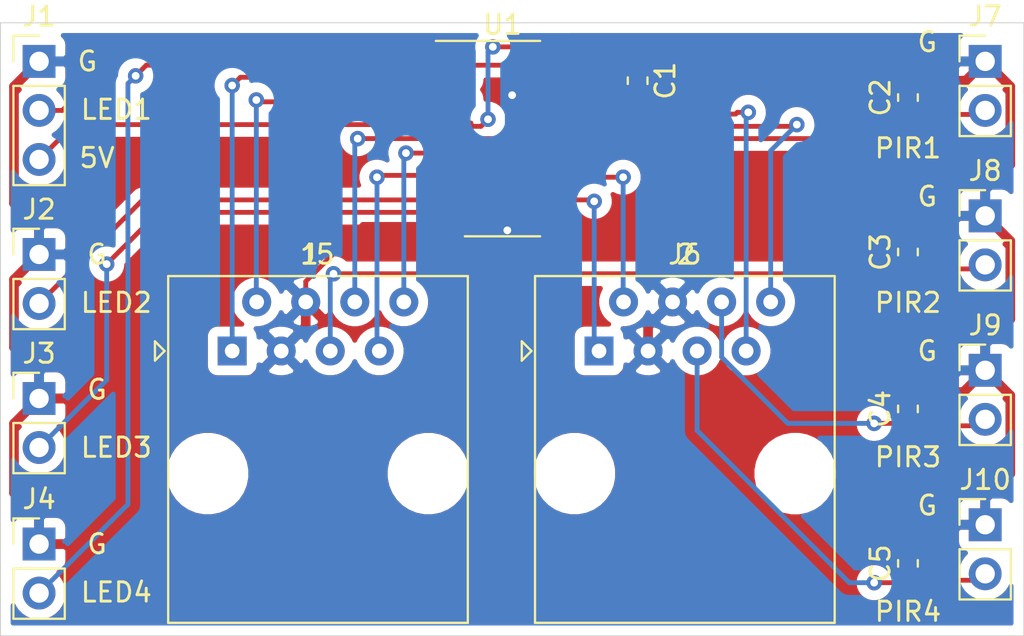
<source format=kicad_pcb>
(kicad_pcb (version 20171130) (host pcbnew 5.1.5-52549c5~84~ubuntu18.04.1)

  (general
    (thickness 1.6)
    (drawings 23)
    (tracks 165)
    (zones 0)
    (modules 16)
    (nets 19)
  )

  (page A4)
  (layers
    (0 F.Cu signal)
    (31 B.Cu signal)
    (32 B.Adhes user)
    (33 F.Adhes user)
    (34 B.Paste user)
    (35 F.Paste user)
    (36 B.SilkS user)
    (37 F.SilkS user)
    (38 B.Mask user)
    (39 F.Mask user)
    (40 Dwgs.User user)
    (41 Cmts.User user)
    (42 Eco1.User user)
    (43 Eco2.User user)
    (44 Edge.Cuts user)
    (45 Margin user)
    (46 B.CrtYd user)
    (47 F.CrtYd user)
    (48 B.Fab user)
    (49 F.Fab user)
  )

  (setup
    (last_trace_width 0.25)
    (user_trace_width 0.5)
    (trace_clearance 0.2)
    (zone_clearance 0.508)
    (zone_45_only no)
    (trace_min 0.2)
    (via_size 0.8)
    (via_drill 0.4)
    (via_min_size 0.4)
    (via_min_drill 0.3)
    (uvia_size 0.3)
    (uvia_drill 0.1)
    (uvias_allowed no)
    (uvia_min_size 0.2)
    (uvia_min_drill 0.1)
    (edge_width 0.05)
    (segment_width 0.2)
    (pcb_text_width 0.3)
    (pcb_text_size 1.5 1.5)
    (mod_edge_width 0.12)
    (mod_text_size 1 1)
    (mod_text_width 0.15)
    (pad_size 1.524 1.524)
    (pad_drill 0.762)
    (pad_to_mask_clearance 0.051)
    (solder_mask_min_width 0.25)
    (aux_axis_origin 0 0)
    (visible_elements FFFBFF7F)
    (pcbplotparams
      (layerselection 0x010fc_ffffffff)
      (usegerberextensions false)
      (usegerberattributes false)
      (usegerberadvancedattributes false)
      (creategerberjobfile false)
      (excludeedgelayer true)
      (linewidth 0.100000)
      (plotframeref false)
      (viasonmask false)
      (mode 1)
      (useauxorigin false)
      (hpglpennumber 1)
      (hpglpenspeed 20)
      (hpglpendiameter 15.000000)
      (psnegative false)
      (psa4output false)
      (plotreference false)
      (plotvalue false)
      (plotinvisibletext false)
      (padsonsilk false)
      (subtractmaskfromsilk false)
      (outputformat 1)
      (mirror false)
      (drillshape 0)
      (scaleselection 1)
      (outputdirectory "gerber"))
  )

  (net 0 "")
  (net 1 GND)
  (net 2 +5V)
  (net 3 PIR1)
  (net 4 PIR2)
  (net 5 PIR3)
  (net 6 PIR4)
  (net 7 LED1_IN)
  (net 8 LED2_IN)
  (net 9 LED3_IN)
  (net 10 LED4_IN)
  (net 11 LED2_Z)
  (net 12 LED2_Y)
  (net 13 LED1_Z)
  (net 14 LED1_Y)
  (net 15 LED4_Z)
  (net 16 LED4_Y)
  (net 17 LED3_Z)
  (net 18 LED3_Y)

  (net_class Default "This is the default net class."
    (clearance 0.2)
    (trace_width 0.25)
    (via_dia 0.8)
    (via_drill 0.4)
    (uvia_dia 0.3)
    (uvia_drill 0.1)
    (add_net +5V)
    (add_net GND)
    (add_net LED1_IN)
    (add_net LED1_Y)
    (add_net LED1_Z)
    (add_net LED2_IN)
    (add_net LED2_Y)
    (add_net LED2_Z)
    (add_net LED3_IN)
    (add_net LED3_Y)
    (add_net LED3_Z)
    (add_net LED4_IN)
    (add_net LED4_Y)
    (add_net LED4_Z)
    (add_net PIR1)
    (add_net PIR2)
    (add_net PIR3)
    (add_net PIR4)
  )

  (module Package_SO:SOIC-16_3.9x9.9mm_P1.27mm (layer F.Cu) (tedit 5D9F72B1) (tstamp 5E5F6834)
    (at 112 72)
    (descr "SOIC, 16 Pin (JEDEC MS-012AC, https://www.analog.com/media/en/package-pcb-resources/package/pkg_pdf/soic_narrow-r/r_16.pdf), generated with kicad-footprint-generator ipc_gullwing_generator.py")
    (tags "SOIC SO")
    (path /5E5F2418)
    (attr smd)
    (fp_text reference U1 (at 0 -5.9) (layer F.SilkS)
      (effects (font (size 1 1) (thickness 0.15)))
    )
    (fp_text value AM26LS31x (at 0 5.9) (layer F.Fab)
      (effects (font (size 1 1) (thickness 0.15)))
    )
    (fp_text user %R (at 0 0) (layer F.Fab)
      (effects (font (size 0.98 0.98) (thickness 0.15)))
    )
    (fp_line (start 3.7 -5.2) (end -3.7 -5.2) (layer F.CrtYd) (width 0.05))
    (fp_line (start 3.7 5.2) (end 3.7 -5.2) (layer F.CrtYd) (width 0.05))
    (fp_line (start -3.7 5.2) (end 3.7 5.2) (layer F.CrtYd) (width 0.05))
    (fp_line (start -3.7 -5.2) (end -3.7 5.2) (layer F.CrtYd) (width 0.05))
    (fp_line (start -1.95 -3.975) (end -0.975 -4.95) (layer F.Fab) (width 0.1))
    (fp_line (start -1.95 4.95) (end -1.95 -3.975) (layer F.Fab) (width 0.1))
    (fp_line (start 1.95 4.95) (end -1.95 4.95) (layer F.Fab) (width 0.1))
    (fp_line (start 1.95 -4.95) (end 1.95 4.95) (layer F.Fab) (width 0.1))
    (fp_line (start -0.975 -4.95) (end 1.95 -4.95) (layer F.Fab) (width 0.1))
    (fp_line (start 0 -5.06) (end -3.45 -5.06) (layer F.SilkS) (width 0.12))
    (fp_line (start 0 -5.06) (end 1.95 -5.06) (layer F.SilkS) (width 0.12))
    (fp_line (start 0 5.06) (end -1.95 5.06) (layer F.SilkS) (width 0.12))
    (fp_line (start 0 5.06) (end 1.95 5.06) (layer F.SilkS) (width 0.12))
    (pad 16 smd roundrect (at 2.475 -4.445) (size 1.95 0.6) (layers F.Cu F.Paste F.Mask) (roundrect_rratio 0.25)
      (net 2 +5V))
    (pad 15 smd roundrect (at 2.475 -3.175) (size 1.95 0.6) (layers F.Cu F.Paste F.Mask) (roundrect_rratio 0.25)
      (net 10 LED4_IN))
    (pad 14 smd roundrect (at 2.475 -1.905) (size 1.95 0.6) (layers F.Cu F.Paste F.Mask) (roundrect_rratio 0.25)
      (net 16 LED4_Y))
    (pad 13 smd roundrect (at 2.475 -0.635) (size 1.95 0.6) (layers F.Cu F.Paste F.Mask) (roundrect_rratio 0.25)
      (net 15 LED4_Z))
    (pad 12 smd roundrect (at 2.475 0.635) (size 1.95 0.6) (layers F.Cu F.Paste F.Mask) (roundrect_rratio 0.25))
    (pad 11 smd roundrect (at 2.475 1.905) (size 1.95 0.6) (layers F.Cu F.Paste F.Mask) (roundrect_rratio 0.25)
      (net 17 LED3_Z))
    (pad 10 smd roundrect (at 2.475 3.175) (size 1.95 0.6) (layers F.Cu F.Paste F.Mask) (roundrect_rratio 0.25)
      (net 18 LED3_Y))
    (pad 9 smd roundrect (at 2.475 4.445) (size 1.95 0.6) (layers F.Cu F.Paste F.Mask) (roundrect_rratio 0.25)
      (net 9 LED3_IN))
    (pad 8 smd roundrect (at -2.475 4.445) (size 1.95 0.6) (layers F.Cu F.Paste F.Mask) (roundrect_rratio 0.25)
      (net 1 GND))
    (pad 7 smd roundrect (at -2.475 3.175) (size 1.95 0.6) (layers F.Cu F.Paste F.Mask) (roundrect_rratio 0.25)
      (net 8 LED2_IN))
    (pad 6 smd roundrect (at -2.475 1.905) (size 1.95 0.6) (layers F.Cu F.Paste F.Mask) (roundrect_rratio 0.25)
      (net 12 LED2_Y))
    (pad 5 smd roundrect (at -2.475 0.635) (size 1.95 0.6) (layers F.Cu F.Paste F.Mask) (roundrect_rratio 0.25)
      (net 11 LED2_Z))
    (pad 4 smd roundrect (at -2.475 -0.635) (size 1.95 0.6) (layers F.Cu F.Paste F.Mask) (roundrect_rratio 0.25)
      (net 2 +5V))
    (pad 3 smd roundrect (at -2.475 -1.905) (size 1.95 0.6) (layers F.Cu F.Paste F.Mask) (roundrect_rratio 0.25)
      (net 13 LED1_Z))
    (pad 2 smd roundrect (at -2.475 -3.175) (size 1.95 0.6) (layers F.Cu F.Paste F.Mask) (roundrect_rratio 0.25)
      (net 14 LED1_Y))
    (pad 1 smd roundrect (at -2.475 -4.445) (size 1.95 0.6) (layers F.Cu F.Paste F.Mask) (roundrect_rratio 0.25)
      (net 7 LED1_IN))
    (model ${KISYS3DMOD}/Package_SO.3dshapes/SOIC-16_3.9x9.9mm_P1.27mm.wrl
      (at (xyz 0 0 0))
      (scale (xyz 1 1 1))
      (rotate (xyz 0 0 0))
    )
  )

  (module Connector_PinHeader_2.54mm:PinHeader_1x02_P2.54mm_Vertical (layer F.Cu) (tedit 59FED5CC) (tstamp 5E5F6812)
    (at 137 92)
    (descr "Through hole straight pin header, 1x02, 2.54mm pitch, single row")
    (tags "Through hole pin header THT 1x02 2.54mm single row")
    (path /5E61A3A8)
    (fp_text reference J10 (at 0 -2.33) (layer F.SilkS)
      (effects (font (size 1 1) (thickness 0.15)))
    )
    (fp_text value Conn_01x02 (at 0 4.87) (layer F.Fab) hide
      (effects (font (size 1 1) (thickness 0.15)))
    )
    (fp_text user %R (at 0 1.27 90) (layer F.Fab)
      (effects (font (size 1 1) (thickness 0.15)))
    )
    (fp_line (start 1.8 -1.8) (end -1.8 -1.8) (layer F.CrtYd) (width 0.05))
    (fp_line (start 1.8 4.35) (end 1.8 -1.8) (layer F.CrtYd) (width 0.05))
    (fp_line (start -1.8 4.35) (end 1.8 4.35) (layer F.CrtYd) (width 0.05))
    (fp_line (start -1.8 -1.8) (end -1.8 4.35) (layer F.CrtYd) (width 0.05))
    (fp_line (start -1.33 -1.33) (end 0 -1.33) (layer F.SilkS) (width 0.12))
    (fp_line (start -1.33 0) (end -1.33 -1.33) (layer F.SilkS) (width 0.12))
    (fp_line (start -1.33 1.27) (end 1.33 1.27) (layer F.SilkS) (width 0.12))
    (fp_line (start 1.33 1.27) (end 1.33 3.87) (layer F.SilkS) (width 0.12))
    (fp_line (start -1.33 1.27) (end -1.33 3.87) (layer F.SilkS) (width 0.12))
    (fp_line (start -1.33 3.87) (end 1.33 3.87) (layer F.SilkS) (width 0.12))
    (fp_line (start -1.27 -0.635) (end -0.635 -1.27) (layer F.Fab) (width 0.1))
    (fp_line (start -1.27 3.81) (end -1.27 -0.635) (layer F.Fab) (width 0.1))
    (fp_line (start 1.27 3.81) (end -1.27 3.81) (layer F.Fab) (width 0.1))
    (fp_line (start 1.27 -1.27) (end 1.27 3.81) (layer F.Fab) (width 0.1))
    (fp_line (start -0.635 -1.27) (end 1.27 -1.27) (layer F.Fab) (width 0.1))
    (pad 2 thru_hole oval (at 0 2.54) (size 1.7 1.7) (drill 1) (layers *.Cu *.Mask)
      (net 6 PIR4))
    (pad 1 thru_hole rect (at 0 0) (size 1.7 1.7) (drill 1) (layers *.Cu *.Mask)
      (net 1 GND))
    (model ${KISYS3DMOD}/Connector_PinHeader_2.54mm.3dshapes/PinHeader_1x02_P2.54mm_Vertical.wrl
      (at (xyz 0 0 0))
      (scale (xyz 1 1 1))
      (rotate (xyz 0 0 0))
    )
  )

  (module Connector_PinHeader_2.54mm:PinHeader_1x02_P2.54mm_Vertical (layer F.Cu) (tedit 59FED5CC) (tstamp 5E5F67FC)
    (at 137 84)
    (descr "Through hole straight pin header, 1x02, 2.54mm pitch, single row")
    (tags "Through hole pin header THT 1x02 2.54mm single row")
    (path /5E61927E)
    (fp_text reference J9 (at 0 -2.33) (layer F.SilkS)
      (effects (font (size 1 1) (thickness 0.15)))
    )
    (fp_text value Conn_01x02 (at 0 4.87) (layer F.Fab) hide
      (effects (font (size 1 1) (thickness 0.15)))
    )
    (fp_text user %R (at 0 1.27 90) (layer F.Fab)
      (effects (font (size 1 1) (thickness 0.15)))
    )
    (fp_line (start 1.8 -1.8) (end -1.8 -1.8) (layer F.CrtYd) (width 0.05))
    (fp_line (start 1.8 4.35) (end 1.8 -1.8) (layer F.CrtYd) (width 0.05))
    (fp_line (start -1.8 4.35) (end 1.8 4.35) (layer F.CrtYd) (width 0.05))
    (fp_line (start -1.8 -1.8) (end -1.8 4.35) (layer F.CrtYd) (width 0.05))
    (fp_line (start -1.33 -1.33) (end 0 -1.33) (layer F.SilkS) (width 0.12))
    (fp_line (start -1.33 0) (end -1.33 -1.33) (layer F.SilkS) (width 0.12))
    (fp_line (start -1.33 1.27) (end 1.33 1.27) (layer F.SilkS) (width 0.12))
    (fp_line (start 1.33 1.27) (end 1.33 3.87) (layer F.SilkS) (width 0.12))
    (fp_line (start -1.33 1.27) (end -1.33 3.87) (layer F.SilkS) (width 0.12))
    (fp_line (start -1.33 3.87) (end 1.33 3.87) (layer F.SilkS) (width 0.12))
    (fp_line (start -1.27 -0.635) (end -0.635 -1.27) (layer F.Fab) (width 0.1))
    (fp_line (start -1.27 3.81) (end -1.27 -0.635) (layer F.Fab) (width 0.1))
    (fp_line (start 1.27 3.81) (end -1.27 3.81) (layer F.Fab) (width 0.1))
    (fp_line (start 1.27 -1.27) (end 1.27 3.81) (layer F.Fab) (width 0.1))
    (fp_line (start -0.635 -1.27) (end 1.27 -1.27) (layer F.Fab) (width 0.1))
    (pad 2 thru_hole oval (at 0 2.54) (size 1.7 1.7) (drill 1) (layers *.Cu *.Mask)
      (net 5 PIR3))
    (pad 1 thru_hole rect (at 0 0) (size 1.7 1.7) (drill 1) (layers *.Cu *.Mask)
      (net 1 GND))
    (model ${KISYS3DMOD}/Connector_PinHeader_2.54mm.3dshapes/PinHeader_1x02_P2.54mm_Vertical.wrl
      (at (xyz 0 0 0))
      (scale (xyz 1 1 1))
      (rotate (xyz 0 0 0))
    )
  )

  (module Connector_PinHeader_2.54mm:PinHeader_1x02_P2.54mm_Vertical (layer F.Cu) (tedit 59FED5CC) (tstamp 5E5F7787)
    (at 137 76)
    (descr "Through hole straight pin header, 1x02, 2.54mm pitch, single row")
    (tags "Through hole pin header THT 1x02 2.54mm single row")
    (path /5E61805F)
    (fp_text reference J8 (at 0 -2.33) (layer F.SilkS)
      (effects (font (size 1 1) (thickness 0.15)))
    )
    (fp_text value Conn_01x02 (at 0 4.87) (layer F.Fab) hide
      (effects (font (size 1 1) (thickness 0.15)))
    )
    (fp_text user %R (at 0 1.27 90) (layer F.Fab)
      (effects (font (size 1 1) (thickness 0.15)))
    )
    (fp_line (start 1.8 -1.8) (end -1.8 -1.8) (layer F.CrtYd) (width 0.05))
    (fp_line (start 1.8 4.35) (end 1.8 -1.8) (layer F.CrtYd) (width 0.05))
    (fp_line (start -1.8 4.35) (end 1.8 4.35) (layer F.CrtYd) (width 0.05))
    (fp_line (start -1.8 -1.8) (end -1.8 4.35) (layer F.CrtYd) (width 0.05))
    (fp_line (start -1.33 -1.33) (end 0 -1.33) (layer F.SilkS) (width 0.12))
    (fp_line (start -1.33 0) (end -1.33 -1.33) (layer F.SilkS) (width 0.12))
    (fp_line (start -1.33 1.27) (end 1.33 1.27) (layer F.SilkS) (width 0.12))
    (fp_line (start 1.33 1.27) (end 1.33 3.87) (layer F.SilkS) (width 0.12))
    (fp_line (start -1.33 1.27) (end -1.33 3.87) (layer F.SilkS) (width 0.12))
    (fp_line (start -1.33 3.87) (end 1.33 3.87) (layer F.SilkS) (width 0.12))
    (fp_line (start -1.27 -0.635) (end -0.635 -1.27) (layer F.Fab) (width 0.1))
    (fp_line (start -1.27 3.81) (end -1.27 -0.635) (layer F.Fab) (width 0.1))
    (fp_line (start 1.27 3.81) (end -1.27 3.81) (layer F.Fab) (width 0.1))
    (fp_line (start 1.27 -1.27) (end 1.27 3.81) (layer F.Fab) (width 0.1))
    (fp_line (start -0.635 -1.27) (end 1.27 -1.27) (layer F.Fab) (width 0.1))
    (pad 2 thru_hole oval (at 0 2.54) (size 1.7 1.7) (drill 1) (layers *.Cu *.Mask)
      (net 4 PIR2))
    (pad 1 thru_hole rect (at 0 0) (size 1.7 1.7) (drill 1) (layers *.Cu *.Mask)
      (net 1 GND))
    (model ${KISYS3DMOD}/Connector_PinHeader_2.54mm.3dshapes/PinHeader_1x02_P2.54mm_Vertical.wrl
      (at (xyz 0 0 0))
      (scale (xyz 1 1 1))
      (rotate (xyz 0 0 0))
    )
  )

  (module Connector_PinHeader_2.54mm:PinHeader_1x02_P2.54mm_Vertical (layer F.Cu) (tedit 59FED5CC) (tstamp 5E5F67D0)
    (at 137 68)
    (descr "Through hole straight pin header, 1x02, 2.54mm pitch, single row")
    (tags "Through hole pin header THT 1x02 2.54mm single row")
    (path /5E6074CD)
    (fp_text reference J7 (at 0 -2.33) (layer F.SilkS)
      (effects (font (size 1 1) (thickness 0.15)))
    )
    (fp_text value Conn_01x02 (at 0 4.87) (layer F.Fab) hide
      (effects (font (size 1 1) (thickness 0.15)))
    )
    (fp_text user %R (at 0 1.27 90) (layer F.Fab)
      (effects (font (size 1 1) (thickness 0.15)))
    )
    (fp_line (start 1.8 -1.8) (end -1.8 -1.8) (layer F.CrtYd) (width 0.05))
    (fp_line (start 1.8 4.35) (end 1.8 -1.8) (layer F.CrtYd) (width 0.05))
    (fp_line (start -1.8 4.35) (end 1.8 4.35) (layer F.CrtYd) (width 0.05))
    (fp_line (start -1.8 -1.8) (end -1.8 4.35) (layer F.CrtYd) (width 0.05))
    (fp_line (start -1.33 -1.33) (end 0 -1.33) (layer F.SilkS) (width 0.12))
    (fp_line (start -1.33 0) (end -1.33 -1.33) (layer F.SilkS) (width 0.12))
    (fp_line (start -1.33 1.27) (end 1.33 1.27) (layer F.SilkS) (width 0.12))
    (fp_line (start 1.33 1.27) (end 1.33 3.87) (layer F.SilkS) (width 0.12))
    (fp_line (start -1.33 1.27) (end -1.33 3.87) (layer F.SilkS) (width 0.12))
    (fp_line (start -1.33 3.87) (end 1.33 3.87) (layer F.SilkS) (width 0.12))
    (fp_line (start -1.27 -0.635) (end -0.635 -1.27) (layer F.Fab) (width 0.1))
    (fp_line (start -1.27 3.81) (end -1.27 -0.635) (layer F.Fab) (width 0.1))
    (fp_line (start 1.27 3.81) (end -1.27 3.81) (layer F.Fab) (width 0.1))
    (fp_line (start 1.27 -1.27) (end 1.27 3.81) (layer F.Fab) (width 0.1))
    (fp_line (start -0.635 -1.27) (end 1.27 -1.27) (layer F.Fab) (width 0.1))
    (pad 2 thru_hole oval (at 0 2.54) (size 1.7 1.7) (drill 1) (layers *.Cu *.Mask)
      (net 3 PIR1))
    (pad 1 thru_hole rect (at 0 0) (size 1.7 1.7) (drill 1) (layers *.Cu *.Mask)
      (net 1 GND))
    (model ${KISYS3DMOD}/Connector_PinHeader_2.54mm.3dshapes/PinHeader_1x02_P2.54mm_Vertical.wrl
      (at (xyz 0 0 0))
      (scale (xyz 1 1 1))
      (rotate (xyz 0 0 0))
    )
  )

  (module Connector_RJ:RJ45_Amphenol_54602-x08_Horizontal (layer F.Cu) (tedit 5B103613) (tstamp 5E5F67BA)
    (at 117 83)
    (descr "8 Pol Shallow Latch Connector, Modjack, RJ45 (https://cdn.amphenol-icc.com/media/wysiwyg/files/drawing/c-bmj-0102.pdf)")
    (tags RJ45)
    (path /5E6018B2)
    (fp_text reference J6 (at 4.445 -5) (layer F.SilkS)
      (effects (font (size 1 1) (thickness 0.15)))
    )
    (fp_text value RJ45 (at 4.445 4) (layer F.Fab)
      (effects (font (size 1 1) (thickness 0.15)))
    )
    (fp_line (start 12.6 14.47) (end -3.71 14.47) (layer F.CrtYd) (width 0.05))
    (fp_line (start 12.6 14.47) (end 12.6 -4.27) (layer F.CrtYd) (width 0.05))
    (fp_line (start -3.71 -4.27) (end -3.71 14.47) (layer F.CrtYd) (width 0.05))
    (fp_line (start -3.71 -4.27) (end 12.6 -4.27) (layer F.CrtYd) (width 0.05))
    (fp_line (start -3.315 -3.88) (end -3.315 14.08) (layer F.SilkS) (width 0.12))
    (fp_line (start 12.205 -3.88) (end -3.315 -3.88) (layer F.SilkS) (width 0.12))
    (fp_line (start 12.205 -3.88) (end 12.205 14.08) (layer F.SilkS) (width 0.12))
    (fp_line (start -3.315 14.08) (end 12.205 14.08) (layer F.SilkS) (width 0.12))
    (fp_line (start -3.205 -2.77) (end -2.205 -3.77) (layer F.Fab) (width 0.12))
    (fp_line (start -2.205 -3.77) (end 12.095 -3.77) (layer F.Fab) (width 0.12))
    (fp_line (start 12.095 -3.77) (end 12.095 13.97) (layer F.Fab) (width 0.12))
    (fp_line (start 12.095 13.97) (end -3.205 13.97) (layer F.Fab) (width 0.12))
    (fp_line (start -3.205 13.97) (end -3.205 -2.77) (layer F.Fab) (width 0.12))
    (fp_line (start -3.5 0) (end -4 -0.5) (layer F.SilkS) (width 0.12))
    (fp_line (start -4 -0.5) (end -4 0.5) (layer F.SilkS) (width 0.12))
    (fp_line (start -4 0.5) (end -3.5 0) (layer F.SilkS) (width 0.12))
    (fp_text user %R (at 4.445 2) (layer F.Fab)
      (effects (font (size 1 1) (thickness 0.15)))
    )
    (pad 8 thru_hole circle (at 8.89 -2.54) (size 1.5 1.5) (drill 0.76) (layers *.Cu *.Mask)
      (net 15 LED4_Z))
    (pad 7 thru_hole circle (at 7.62 0) (size 1.5 1.5) (drill 0.76) (layers *.Cu *.Mask)
      (net 16 LED4_Y))
    (pad 6 thru_hole circle (at 6.35 -2.54) (size 1.5 1.5) (drill 0.76) (layers *.Cu *.Mask)
      (net 5 PIR3))
    (pad 5 thru_hole circle (at 5.08 0) (size 1.5 1.5) (drill 0.76) (layers *.Cu *.Mask)
      (net 6 PIR4))
    (pad 4 thru_hole circle (at 3.81 -2.54) (size 1.5 1.5) (drill 0.76) (layers *.Cu *.Mask)
      (net 1 GND))
    (pad 3 thru_hole circle (at 2.54 0) (size 1.5 1.5) (drill 0.76) (layers *.Cu *.Mask)
      (net 1 GND))
    (pad 2 thru_hole circle (at 1.27 -2.54) (size 1.5 1.5) (drill 0.76) (layers *.Cu *.Mask)
      (net 17 LED3_Z))
    (pad 1 thru_hole rect (at 0 0) (size 1.5 1.5) (drill 0.76) (layers *.Cu *.Mask)
      (net 18 LED3_Y))
    (pad "" np_thru_hole circle (at -1.27 6.35) (size 3.2 3.2) (drill 3.2) (layers *.Cu *.Mask))
    (pad "" np_thru_hole circle (at 10.16 6.35) (size 3.2 3.2) (drill 3.2) (layers *.Cu *.Mask))
    (model ${KISYS3DMOD}/Connector_RJ.3dshapes/RJ45_Amphenol_54602-x08_Horizontal.wrl
      (at (xyz 0 0 0))
      (scale (xyz 1 1 1))
      (rotate (xyz 0 0 0))
    )
  )

  (module Connector_RJ:RJ45_Amphenol_54602-x08_Horizontal (layer F.Cu) (tedit 5B103613) (tstamp 5E5F679B)
    (at 98 83)
    (descr "8 Pol Shallow Latch Connector, Modjack, RJ45 (https://cdn.amphenol-icc.com/media/wysiwyg/files/drawing/c-bmj-0102.pdf)")
    (tags RJ45)
    (path /5E600378)
    (fp_text reference J5 (at 4.445 -5) (layer F.SilkS)
      (effects (font (size 1 1) (thickness 0.15)))
    )
    (fp_text value RJ45 (at 4.445 4) (layer F.Fab)
      (effects (font (size 1 1) (thickness 0.15)))
    )
    (fp_line (start 12.6 14.47) (end -3.71 14.47) (layer F.CrtYd) (width 0.05))
    (fp_line (start 12.6 14.47) (end 12.6 -4.27) (layer F.CrtYd) (width 0.05))
    (fp_line (start -3.71 -4.27) (end -3.71 14.47) (layer F.CrtYd) (width 0.05))
    (fp_line (start -3.71 -4.27) (end 12.6 -4.27) (layer F.CrtYd) (width 0.05))
    (fp_line (start -3.315 -3.88) (end -3.315 14.08) (layer F.SilkS) (width 0.12))
    (fp_line (start 12.205 -3.88) (end -3.315 -3.88) (layer F.SilkS) (width 0.12))
    (fp_line (start 12.205 -3.88) (end 12.205 14.08) (layer F.SilkS) (width 0.12))
    (fp_line (start -3.315 14.08) (end 12.205 14.08) (layer F.SilkS) (width 0.12))
    (fp_line (start -3.205 -2.77) (end -2.205 -3.77) (layer F.Fab) (width 0.12))
    (fp_line (start -2.205 -3.77) (end 12.095 -3.77) (layer F.Fab) (width 0.12))
    (fp_line (start 12.095 -3.77) (end 12.095 13.97) (layer F.Fab) (width 0.12))
    (fp_line (start 12.095 13.97) (end -3.205 13.97) (layer F.Fab) (width 0.12))
    (fp_line (start -3.205 13.97) (end -3.205 -2.77) (layer F.Fab) (width 0.12))
    (fp_line (start -3.5 0) (end -4 -0.5) (layer F.SilkS) (width 0.12))
    (fp_line (start -4 -0.5) (end -4 0.5) (layer F.SilkS) (width 0.12))
    (fp_line (start -4 0.5) (end -3.5 0) (layer F.SilkS) (width 0.12))
    (fp_text user %R (at 4.445 2) (layer F.Fab)
      (effects (font (size 1 1) (thickness 0.15)))
    )
    (pad 8 thru_hole circle (at 8.89 -2.54) (size 1.5 1.5) (drill 0.76) (layers *.Cu *.Mask)
      (net 11 LED2_Z))
    (pad 7 thru_hole circle (at 7.62 0) (size 1.5 1.5) (drill 0.76) (layers *.Cu *.Mask)
      (net 12 LED2_Y))
    (pad 6 thru_hole circle (at 6.35 -2.54) (size 1.5 1.5) (drill 0.76) (layers *.Cu *.Mask)
      (net 3 PIR1))
    (pad 5 thru_hole circle (at 5.08 0) (size 1.5 1.5) (drill 0.76) (layers *.Cu *.Mask)
      (net 4 PIR2))
    (pad 4 thru_hole circle (at 3.81 -2.54) (size 1.5 1.5) (drill 0.76) (layers *.Cu *.Mask)
      (net 1 GND))
    (pad 3 thru_hole circle (at 2.54 0) (size 1.5 1.5) (drill 0.76) (layers *.Cu *.Mask)
      (net 1 GND))
    (pad 2 thru_hole circle (at 1.27 -2.54) (size 1.5 1.5) (drill 0.76) (layers *.Cu *.Mask)
      (net 13 LED1_Z))
    (pad 1 thru_hole rect (at 0 0) (size 1.5 1.5) (drill 0.76) (layers *.Cu *.Mask)
      (net 14 LED1_Y))
    (pad "" np_thru_hole circle (at -1.27 6.35) (size 3.2 3.2) (drill 3.2) (layers *.Cu *.Mask))
    (pad "" np_thru_hole circle (at 10.16 6.35) (size 3.2 3.2) (drill 3.2) (layers *.Cu *.Mask))
    (model ${KISYS3DMOD}/Connector_RJ.3dshapes/RJ45_Amphenol_54602-x08_Horizontal.wrl
      (at (xyz 0 0 0))
      (scale (xyz 1 1 1))
      (rotate (xyz 0 0 0))
    )
  )

  (module Connector_PinHeader_2.54mm:PinHeader_1x02_P2.54mm_Vertical (layer F.Cu) (tedit 59FED5CC) (tstamp 5E5F677C)
    (at 88 93)
    (descr "Through hole straight pin header, 1x02, 2.54mm pitch, single row")
    (tags "Through hole pin header THT 1x02 2.54mm single row")
    (path /5E5F83C8)
    (fp_text reference J4 (at 0 -2.33) (layer F.SilkS)
      (effects (font (size 1 1) (thickness 0.15)))
    )
    (fp_text value Conn_01x02 (at 0 4.87) (layer F.Fab) hide
      (effects (font (size 1 1) (thickness 0.15)))
    )
    (fp_text user %R (at 0 1.27 90) (layer F.Fab)
      (effects (font (size 1 1) (thickness 0.15)))
    )
    (fp_line (start 1.8 -1.8) (end -1.8 -1.8) (layer F.CrtYd) (width 0.05))
    (fp_line (start 1.8 4.35) (end 1.8 -1.8) (layer F.CrtYd) (width 0.05))
    (fp_line (start -1.8 4.35) (end 1.8 4.35) (layer F.CrtYd) (width 0.05))
    (fp_line (start -1.8 -1.8) (end -1.8 4.35) (layer F.CrtYd) (width 0.05))
    (fp_line (start -1.33 -1.33) (end 0 -1.33) (layer F.SilkS) (width 0.12))
    (fp_line (start -1.33 0) (end -1.33 -1.33) (layer F.SilkS) (width 0.12))
    (fp_line (start -1.33 1.27) (end 1.33 1.27) (layer F.SilkS) (width 0.12))
    (fp_line (start 1.33 1.27) (end 1.33 3.87) (layer F.SilkS) (width 0.12))
    (fp_line (start -1.33 1.27) (end -1.33 3.87) (layer F.SilkS) (width 0.12))
    (fp_line (start -1.33 3.87) (end 1.33 3.87) (layer F.SilkS) (width 0.12))
    (fp_line (start -1.27 -0.635) (end -0.635 -1.27) (layer F.Fab) (width 0.1))
    (fp_line (start -1.27 3.81) (end -1.27 -0.635) (layer F.Fab) (width 0.1))
    (fp_line (start 1.27 3.81) (end -1.27 3.81) (layer F.Fab) (width 0.1))
    (fp_line (start 1.27 -1.27) (end 1.27 3.81) (layer F.Fab) (width 0.1))
    (fp_line (start -0.635 -1.27) (end 1.27 -1.27) (layer F.Fab) (width 0.1))
    (pad 2 thru_hole oval (at 0 2.54) (size 1.7 1.7) (drill 1) (layers *.Cu *.Mask)
      (net 10 LED4_IN))
    (pad 1 thru_hole rect (at 0 0) (size 1.7 1.7) (drill 1) (layers *.Cu *.Mask)
      (net 1 GND))
    (model ${KISYS3DMOD}/Connector_PinHeader_2.54mm.3dshapes/PinHeader_1x02_P2.54mm_Vertical.wrl
      (at (xyz 0 0 0))
      (scale (xyz 1 1 1))
      (rotate (xyz 0 0 0))
    )
  )

  (module Connector_PinHeader_2.54mm:PinHeader_1x02_P2.54mm_Vertical (layer F.Cu) (tedit 59FED5CC) (tstamp 5E5F7282)
    (at 88 85.46)
    (descr "Through hole straight pin header, 1x02, 2.54mm pitch, single row")
    (tags "Through hole pin header THT 1x02 2.54mm single row")
    (path /5E5F7E1B)
    (fp_text reference J3 (at 0 -2.33) (layer F.SilkS)
      (effects (font (size 1 1) (thickness 0.15)))
    )
    (fp_text value Conn_01x02 (at 0 4.87) (layer F.Fab) hide
      (effects (font (size 1 1) (thickness 0.15)))
    )
    (fp_text user %R (at 0 1.27 90) (layer F.Fab)
      (effects (font (size 1 1) (thickness 0.15)))
    )
    (fp_line (start 1.8 -1.8) (end -1.8 -1.8) (layer F.CrtYd) (width 0.05))
    (fp_line (start 1.8 4.35) (end 1.8 -1.8) (layer F.CrtYd) (width 0.05))
    (fp_line (start -1.8 4.35) (end 1.8 4.35) (layer F.CrtYd) (width 0.05))
    (fp_line (start -1.8 -1.8) (end -1.8 4.35) (layer F.CrtYd) (width 0.05))
    (fp_line (start -1.33 -1.33) (end 0 -1.33) (layer F.SilkS) (width 0.12))
    (fp_line (start -1.33 0) (end -1.33 -1.33) (layer F.SilkS) (width 0.12))
    (fp_line (start -1.33 1.27) (end 1.33 1.27) (layer F.SilkS) (width 0.12))
    (fp_line (start 1.33 1.27) (end 1.33 3.87) (layer F.SilkS) (width 0.12))
    (fp_line (start -1.33 1.27) (end -1.33 3.87) (layer F.SilkS) (width 0.12))
    (fp_line (start -1.33 3.87) (end 1.33 3.87) (layer F.SilkS) (width 0.12))
    (fp_line (start -1.27 -0.635) (end -0.635 -1.27) (layer F.Fab) (width 0.1))
    (fp_line (start -1.27 3.81) (end -1.27 -0.635) (layer F.Fab) (width 0.1))
    (fp_line (start 1.27 3.81) (end -1.27 3.81) (layer F.Fab) (width 0.1))
    (fp_line (start 1.27 -1.27) (end 1.27 3.81) (layer F.Fab) (width 0.1))
    (fp_line (start -0.635 -1.27) (end 1.27 -1.27) (layer F.Fab) (width 0.1))
    (pad 2 thru_hole oval (at 0 2.54) (size 1.7 1.7) (drill 1) (layers *.Cu *.Mask)
      (net 9 LED3_IN))
    (pad 1 thru_hole rect (at 0 0) (size 1.7 1.7) (drill 1) (layers *.Cu *.Mask)
      (net 1 GND))
    (model ${KISYS3DMOD}/Connector_PinHeader_2.54mm.3dshapes/PinHeader_1x02_P2.54mm_Vertical.wrl
      (at (xyz 0 0 0))
      (scale (xyz 1 1 1))
      (rotate (xyz 0 0 0))
    )
  )

  (module Connector_PinHeader_2.54mm:PinHeader_1x02_P2.54mm_Vertical (layer F.Cu) (tedit 59FED5CC) (tstamp 5E5F7358)
    (at 88 78)
    (descr "Through hole straight pin header, 1x02, 2.54mm pitch, single row")
    (tags "Through hole pin header THT 1x02 2.54mm single row")
    (path /5E5F5303)
    (fp_text reference J2 (at 0 -2.33) (layer F.SilkS)
      (effects (font (size 1 1) (thickness 0.15)))
    )
    (fp_text value Conn_01x02 (at 0 4.87) (layer F.Fab) hide
      (effects (font (size 1 1) (thickness 0.15)))
    )
    (fp_text user %R (at 0 1.27 90) (layer F.Fab)
      (effects (font (size 1 1) (thickness 0.15)))
    )
    (fp_line (start 1.8 -1.8) (end -1.8 -1.8) (layer F.CrtYd) (width 0.05))
    (fp_line (start 1.8 4.35) (end 1.8 -1.8) (layer F.CrtYd) (width 0.05))
    (fp_line (start -1.8 4.35) (end 1.8 4.35) (layer F.CrtYd) (width 0.05))
    (fp_line (start -1.8 -1.8) (end -1.8 4.35) (layer F.CrtYd) (width 0.05))
    (fp_line (start -1.33 -1.33) (end 0 -1.33) (layer F.SilkS) (width 0.12))
    (fp_line (start -1.33 0) (end -1.33 -1.33) (layer F.SilkS) (width 0.12))
    (fp_line (start -1.33 1.27) (end 1.33 1.27) (layer F.SilkS) (width 0.12))
    (fp_line (start 1.33 1.27) (end 1.33 3.87) (layer F.SilkS) (width 0.12))
    (fp_line (start -1.33 1.27) (end -1.33 3.87) (layer F.SilkS) (width 0.12))
    (fp_line (start -1.33 3.87) (end 1.33 3.87) (layer F.SilkS) (width 0.12))
    (fp_line (start -1.27 -0.635) (end -0.635 -1.27) (layer F.Fab) (width 0.1))
    (fp_line (start -1.27 3.81) (end -1.27 -0.635) (layer F.Fab) (width 0.1))
    (fp_line (start 1.27 3.81) (end -1.27 3.81) (layer F.Fab) (width 0.1))
    (fp_line (start 1.27 -1.27) (end 1.27 3.81) (layer F.Fab) (width 0.1))
    (fp_line (start -0.635 -1.27) (end 1.27 -1.27) (layer F.Fab) (width 0.1))
    (pad 2 thru_hole oval (at 0 2.54) (size 1.7 1.7) (drill 1) (layers *.Cu *.Mask)
      (net 8 LED2_IN))
    (pad 1 thru_hole rect (at 0 0) (size 1.7 1.7) (drill 1) (layers *.Cu *.Mask)
      (net 1 GND))
    (model ${KISYS3DMOD}/Connector_PinHeader_2.54mm.3dshapes/PinHeader_1x02_P2.54mm_Vertical.wrl
      (at (xyz 0 0 0))
      (scale (xyz 1 1 1))
      (rotate (xyz 0 0 0))
    )
  )

  (module Connector_PinHeader_2.54mm:PinHeader_1x03_P2.54mm_Vertical (layer F.Cu) (tedit 59FED5CC) (tstamp 5E5F673A)
    (at 88 68)
    (descr "Through hole straight pin header, 1x03, 2.54mm pitch, single row")
    (tags "Through hole pin header THT 1x03 2.54mm single row")
    (path /5E5F382E)
    (fp_text reference J1 (at 0 -2.33) (layer F.SilkS)
      (effects (font (size 1 1) (thickness 0.15)))
    )
    (fp_text value Conn_01x03 (at 0 7.41) (layer F.Fab) hide
      (effects (font (size 1 1) (thickness 0.15)))
    )
    (fp_text user %R (at 0 2.54 90) (layer F.Fab)
      (effects (font (size 1 1) (thickness 0.15)))
    )
    (fp_line (start 1.8 -1.8) (end -1.8 -1.8) (layer F.CrtYd) (width 0.05))
    (fp_line (start 1.8 6.85) (end 1.8 -1.8) (layer F.CrtYd) (width 0.05))
    (fp_line (start -1.8 6.85) (end 1.8 6.85) (layer F.CrtYd) (width 0.05))
    (fp_line (start -1.8 -1.8) (end -1.8 6.85) (layer F.CrtYd) (width 0.05))
    (fp_line (start -1.33 -1.33) (end 0 -1.33) (layer F.SilkS) (width 0.12))
    (fp_line (start -1.33 0) (end -1.33 -1.33) (layer F.SilkS) (width 0.12))
    (fp_line (start -1.33 1.27) (end 1.33 1.27) (layer F.SilkS) (width 0.12))
    (fp_line (start 1.33 1.27) (end 1.33 6.41) (layer F.SilkS) (width 0.12))
    (fp_line (start -1.33 1.27) (end -1.33 6.41) (layer F.SilkS) (width 0.12))
    (fp_line (start -1.33 6.41) (end 1.33 6.41) (layer F.SilkS) (width 0.12))
    (fp_line (start -1.27 -0.635) (end -0.635 -1.27) (layer F.Fab) (width 0.1))
    (fp_line (start -1.27 6.35) (end -1.27 -0.635) (layer F.Fab) (width 0.1))
    (fp_line (start 1.27 6.35) (end -1.27 6.35) (layer F.Fab) (width 0.1))
    (fp_line (start 1.27 -1.27) (end 1.27 6.35) (layer F.Fab) (width 0.1))
    (fp_line (start -0.635 -1.27) (end 1.27 -1.27) (layer F.Fab) (width 0.1))
    (pad 3 thru_hole oval (at 0 5.08) (size 1.7 1.7) (drill 1) (layers *.Cu *.Mask)
      (net 2 +5V))
    (pad 2 thru_hole oval (at 0 2.54) (size 1.7 1.7) (drill 1) (layers *.Cu *.Mask)
      (net 7 LED1_IN))
    (pad 1 thru_hole rect (at 0 0) (size 1.7 1.7) (drill 1) (layers *.Cu *.Mask)
      (net 1 GND))
    (model ${KISYS3DMOD}/Connector_PinHeader_2.54mm.3dshapes/PinHeader_1x03_P2.54mm_Vertical.wrl
      (at (xyz 0 0 0))
      (scale (xyz 1 1 1))
      (rotate (xyz 0 0 0))
    )
  )

  (module Capacitor_SMD:C_0603_1608Metric_Pad1.05x0.95mm_HandSolder (layer F.Cu) (tedit 5B301BBE) (tstamp 5E5F6723)
    (at 133 94 90)
    (descr "Capacitor SMD 0603 (1608 Metric), square (rectangular) end terminal, IPC_7351 nominal with elongated pad for handsoldering. (Body size source: http://www.tortai-tech.com/upload/download/2011102023233369053.pdf), generated with kicad-footprint-generator")
    (tags "capacitor handsolder")
    (path /5E61A3B7)
    (attr smd)
    (fp_text reference C5 (at 0 -1.43 90) (layer F.SilkS)
      (effects (font (size 1 1) (thickness 0.15)))
    )
    (fp_text value .1uF (at 0 1.43 90) (layer F.Fab)
      (effects (font (size 1 1) (thickness 0.15)))
    )
    (fp_text user %R (at 0 0 90) (layer F.Fab)
      (effects (font (size 0.4 0.4) (thickness 0.06)))
    )
    (fp_line (start 1.65 0.73) (end -1.65 0.73) (layer F.CrtYd) (width 0.05))
    (fp_line (start 1.65 -0.73) (end 1.65 0.73) (layer F.CrtYd) (width 0.05))
    (fp_line (start -1.65 -0.73) (end 1.65 -0.73) (layer F.CrtYd) (width 0.05))
    (fp_line (start -1.65 0.73) (end -1.65 -0.73) (layer F.CrtYd) (width 0.05))
    (fp_line (start -0.171267 0.51) (end 0.171267 0.51) (layer F.SilkS) (width 0.12))
    (fp_line (start -0.171267 -0.51) (end 0.171267 -0.51) (layer F.SilkS) (width 0.12))
    (fp_line (start 0.8 0.4) (end -0.8 0.4) (layer F.Fab) (width 0.1))
    (fp_line (start 0.8 -0.4) (end 0.8 0.4) (layer F.Fab) (width 0.1))
    (fp_line (start -0.8 -0.4) (end 0.8 -0.4) (layer F.Fab) (width 0.1))
    (fp_line (start -0.8 0.4) (end -0.8 -0.4) (layer F.Fab) (width 0.1))
    (pad 2 smd roundrect (at 0.875 0 90) (size 1.05 0.95) (layers F.Cu F.Paste F.Mask) (roundrect_rratio 0.25)
      (net 1 GND))
    (pad 1 smd roundrect (at -0.875 0 90) (size 1.05 0.95) (layers F.Cu F.Paste F.Mask) (roundrect_rratio 0.25)
      (net 6 PIR4))
    (model ${KISYS3DMOD}/Capacitor_SMD.3dshapes/C_0603_1608Metric.wrl
      (at (xyz 0 0 0))
      (scale (xyz 1 1 1))
      (rotate (xyz 0 0 0))
    )
  )

  (module Capacitor_SMD:C_0603_1608Metric_Pad1.05x0.95mm_HandSolder (layer F.Cu) (tedit 5B301BBE) (tstamp 5E5F6712)
    (at 133 86 90)
    (descr "Capacitor SMD 0603 (1608 Metric), square (rectangular) end terminal, IPC_7351 nominal with elongated pad for handsoldering. (Body size source: http://www.tortai-tech.com/upload/download/2011102023233369053.pdf), generated with kicad-footprint-generator")
    (tags "capacitor handsolder")
    (path /5E61928D)
    (attr smd)
    (fp_text reference C4 (at 0 -1.43 90) (layer F.SilkS)
      (effects (font (size 1 1) (thickness 0.15)))
    )
    (fp_text value .1uF (at 0 1.43 90) (layer F.Fab)
      (effects (font (size 1 1) (thickness 0.15)))
    )
    (fp_text user %R (at 0 0 90) (layer F.Fab)
      (effects (font (size 0.4 0.4) (thickness 0.06)))
    )
    (fp_line (start 1.65 0.73) (end -1.65 0.73) (layer F.CrtYd) (width 0.05))
    (fp_line (start 1.65 -0.73) (end 1.65 0.73) (layer F.CrtYd) (width 0.05))
    (fp_line (start -1.65 -0.73) (end 1.65 -0.73) (layer F.CrtYd) (width 0.05))
    (fp_line (start -1.65 0.73) (end -1.65 -0.73) (layer F.CrtYd) (width 0.05))
    (fp_line (start -0.171267 0.51) (end 0.171267 0.51) (layer F.SilkS) (width 0.12))
    (fp_line (start -0.171267 -0.51) (end 0.171267 -0.51) (layer F.SilkS) (width 0.12))
    (fp_line (start 0.8 0.4) (end -0.8 0.4) (layer F.Fab) (width 0.1))
    (fp_line (start 0.8 -0.4) (end 0.8 0.4) (layer F.Fab) (width 0.1))
    (fp_line (start -0.8 -0.4) (end 0.8 -0.4) (layer F.Fab) (width 0.1))
    (fp_line (start -0.8 0.4) (end -0.8 -0.4) (layer F.Fab) (width 0.1))
    (pad 2 smd roundrect (at 0.875 0 90) (size 1.05 0.95) (layers F.Cu F.Paste F.Mask) (roundrect_rratio 0.25)
      (net 1 GND))
    (pad 1 smd roundrect (at -0.875 0 90) (size 1.05 0.95) (layers F.Cu F.Paste F.Mask) (roundrect_rratio 0.25)
      (net 5 PIR3))
    (model ${KISYS3DMOD}/Capacitor_SMD.3dshapes/C_0603_1608Metric.wrl
      (at (xyz 0 0 0))
      (scale (xyz 1 1 1))
      (rotate (xyz 0 0 0))
    )
  )

  (module Capacitor_SMD:C_0603_1608Metric_Pad1.05x0.95mm_HandSolder (layer F.Cu) (tedit 5B301BBE) (tstamp 5E5F6701)
    (at 133 77.875 90)
    (descr "Capacitor SMD 0603 (1608 Metric), square (rectangular) end terminal, IPC_7351 nominal with elongated pad for handsoldering. (Body size source: http://www.tortai-tech.com/upload/download/2011102023233369053.pdf), generated with kicad-footprint-generator")
    (tags "capacitor handsolder")
    (path /5E61806E)
    (attr smd)
    (fp_text reference C3 (at 0 -1.43 90) (layer F.SilkS)
      (effects (font (size 1 1) (thickness 0.15)))
    )
    (fp_text value .1uF (at 0 1.43 90) (layer F.Fab)
      (effects (font (size 1 1) (thickness 0.15)))
    )
    (fp_text user %R (at 0 0 90) (layer F.Fab)
      (effects (font (size 0.4 0.4) (thickness 0.06)))
    )
    (fp_line (start 1.65 0.73) (end -1.65 0.73) (layer F.CrtYd) (width 0.05))
    (fp_line (start 1.65 -0.73) (end 1.65 0.73) (layer F.CrtYd) (width 0.05))
    (fp_line (start -1.65 -0.73) (end 1.65 -0.73) (layer F.CrtYd) (width 0.05))
    (fp_line (start -1.65 0.73) (end -1.65 -0.73) (layer F.CrtYd) (width 0.05))
    (fp_line (start -0.171267 0.51) (end 0.171267 0.51) (layer F.SilkS) (width 0.12))
    (fp_line (start -0.171267 -0.51) (end 0.171267 -0.51) (layer F.SilkS) (width 0.12))
    (fp_line (start 0.8 0.4) (end -0.8 0.4) (layer F.Fab) (width 0.1))
    (fp_line (start 0.8 -0.4) (end 0.8 0.4) (layer F.Fab) (width 0.1))
    (fp_line (start -0.8 -0.4) (end 0.8 -0.4) (layer F.Fab) (width 0.1))
    (fp_line (start -0.8 0.4) (end -0.8 -0.4) (layer F.Fab) (width 0.1))
    (pad 2 smd roundrect (at 0.875 0 90) (size 1.05 0.95) (layers F.Cu F.Paste F.Mask) (roundrect_rratio 0.25)
      (net 1 GND))
    (pad 1 smd roundrect (at -0.875 0 90) (size 1.05 0.95) (layers F.Cu F.Paste F.Mask) (roundrect_rratio 0.25)
      (net 4 PIR2))
    (model ${KISYS3DMOD}/Capacitor_SMD.3dshapes/C_0603_1608Metric.wrl
      (at (xyz 0 0 0))
      (scale (xyz 1 1 1))
      (rotate (xyz 0 0 0))
    )
  )

  (module Capacitor_SMD:C_0603_1608Metric_Pad1.05x0.95mm_HandSolder (layer F.Cu) (tedit 5B301BBE) (tstamp 5E5F7691)
    (at 133 69.875 90)
    (descr "Capacitor SMD 0603 (1608 Metric), square (rectangular) end terminal, IPC_7351 nominal with elongated pad for handsoldering. (Body size source: http://www.tortai-tech.com/upload/download/2011102023233369053.pdf), generated with kicad-footprint-generator")
    (tags "capacitor handsolder")
    (path /5E611DD2)
    (attr smd)
    (fp_text reference C2 (at 0 -1.43 90) (layer F.SilkS)
      (effects (font (size 1 1) (thickness 0.15)))
    )
    (fp_text value .1uF (at 0 1.43 90) (layer F.Fab)
      (effects (font (size 1 1) (thickness 0.15)))
    )
    (fp_text user %R (at 0 0 90) (layer F.Fab)
      (effects (font (size 0.4 0.4) (thickness 0.06)))
    )
    (fp_line (start 1.65 0.73) (end -1.65 0.73) (layer F.CrtYd) (width 0.05))
    (fp_line (start 1.65 -0.73) (end 1.65 0.73) (layer F.CrtYd) (width 0.05))
    (fp_line (start -1.65 -0.73) (end 1.65 -0.73) (layer F.CrtYd) (width 0.05))
    (fp_line (start -1.65 0.73) (end -1.65 -0.73) (layer F.CrtYd) (width 0.05))
    (fp_line (start -0.171267 0.51) (end 0.171267 0.51) (layer F.SilkS) (width 0.12))
    (fp_line (start -0.171267 -0.51) (end 0.171267 -0.51) (layer F.SilkS) (width 0.12))
    (fp_line (start 0.8 0.4) (end -0.8 0.4) (layer F.Fab) (width 0.1))
    (fp_line (start 0.8 -0.4) (end 0.8 0.4) (layer F.Fab) (width 0.1))
    (fp_line (start -0.8 -0.4) (end 0.8 -0.4) (layer F.Fab) (width 0.1))
    (fp_line (start -0.8 0.4) (end -0.8 -0.4) (layer F.Fab) (width 0.1))
    (pad 2 smd roundrect (at 0.875 0 90) (size 1.05 0.95) (layers F.Cu F.Paste F.Mask) (roundrect_rratio 0.25)
      (net 1 GND))
    (pad 1 smd roundrect (at -0.875 0 90) (size 1.05 0.95) (layers F.Cu F.Paste F.Mask) (roundrect_rratio 0.25)
      (net 3 PIR1))
    (model ${KISYS3DMOD}/Capacitor_SMD.3dshapes/C_0603_1608Metric.wrl
      (at (xyz 0 0 0))
      (scale (xyz 1 1 1))
      (rotate (xyz 0 0 0))
    )
  )

  (module Capacitor_SMD:C_0603_1608Metric_Pad1.05x0.95mm_HandSolder (layer F.Cu) (tedit 5B301BBE) (tstamp 5E5F66DF)
    (at 119 69 270)
    (descr "Capacitor SMD 0603 (1608 Metric), square (rectangular) end terminal, IPC_7351 nominal with elongated pad for handsoldering. (Body size source: http://www.tortai-tech.com/upload/download/2011102023233369053.pdf), generated with kicad-footprint-generator")
    (tags "capacitor handsolder")
    (path /5E5FA59F)
    (attr smd)
    (fp_text reference C1 (at 0 -1.43 90) (layer F.SilkS)
      (effects (font (size 1 1) (thickness 0.15)))
    )
    (fp_text value .1uF (at 0 1.43 90) (layer F.Fab)
      (effects (font (size 1 1) (thickness 0.15)))
    )
    (fp_text user %R (at 0 0 90) (layer F.Fab)
      (effects (font (size 0.4 0.4) (thickness 0.06)))
    )
    (fp_line (start 1.65 0.73) (end -1.65 0.73) (layer F.CrtYd) (width 0.05))
    (fp_line (start 1.65 -0.73) (end 1.65 0.73) (layer F.CrtYd) (width 0.05))
    (fp_line (start -1.65 -0.73) (end 1.65 -0.73) (layer F.CrtYd) (width 0.05))
    (fp_line (start -1.65 0.73) (end -1.65 -0.73) (layer F.CrtYd) (width 0.05))
    (fp_line (start -0.171267 0.51) (end 0.171267 0.51) (layer F.SilkS) (width 0.12))
    (fp_line (start -0.171267 -0.51) (end 0.171267 -0.51) (layer F.SilkS) (width 0.12))
    (fp_line (start 0.8 0.4) (end -0.8 0.4) (layer F.Fab) (width 0.1))
    (fp_line (start 0.8 -0.4) (end 0.8 0.4) (layer F.Fab) (width 0.1))
    (fp_line (start -0.8 -0.4) (end 0.8 -0.4) (layer F.Fab) (width 0.1))
    (fp_line (start -0.8 0.4) (end -0.8 -0.4) (layer F.Fab) (width 0.1))
    (pad 2 smd roundrect (at 0.875 0 270) (size 1.05 0.95) (layers F.Cu F.Paste F.Mask) (roundrect_rratio 0.25)
      (net 1 GND))
    (pad 1 smd roundrect (at -0.875 0 270) (size 1.05 0.95) (layers F.Cu F.Paste F.Mask) (roundrect_rratio 0.25)
      (net 2 +5V))
    (model ${KISYS3DMOD}/Capacitor_SMD.3dshapes/C_0603_1608Metric.wrl
      (at (xyz 0 0 0))
      (scale (xyz 1 1 1))
      (rotate (xyz 0 0 0))
    )
  )

  (gr_text PIR4 (at 133 96.5) (layer F.SilkS) (tstamp 5E5F835A)
    (effects (font (size 1 1) (thickness 0.15)))
  )
  (gr_text PIR3 (at 133 88.5) (layer F.SilkS) (tstamp 5E5F8356)
    (effects (font (size 1 1) (thickness 0.15)))
  )
  (gr_text PIR2 (at 133 80.5) (layer F.SilkS) (tstamp 5E5F8354)
    (effects (font (size 1 1) (thickness 0.15)))
  )
  (gr_text PIR1 (at 133 72.5) (layer F.SilkS)
    (effects (font (size 1 1) (thickness 0.15)))
  )
  (gr_text 2 (at 121.5 78) (layer F.SilkS)
    (effects (font (size 1 1) (thickness 0.15)))
  )
  (gr_text 1 (at 102 78) (layer F.SilkS)
    (effects (font (size 1 1) (thickness 0.15)))
  )
  (gr_text LED4 (at 92 95.5) (layer F.SilkS) (tstamp 5E5F82F1)
    (effects (font (size 1 1) (thickness 0.15)))
  )
  (gr_text LED3 (at 92 88) (layer F.SilkS)
    (effects (font (size 1 1) (thickness 0.15)))
  )
  (gr_text LED2 (at 92 80.5) (layer F.SilkS) (tstamp 5E5F82EA)
    (effects (font (size 1 1) (thickness 0.15)))
  )
  (gr_text LED1 (at 92 70.5) (layer F.SilkS) (tstamp 5E5F82DD)
    (effects (font (size 1 1) (thickness 0.15)))
  )
  (gr_text 5V (at 91 73) (layer F.SilkS)
    (effects (font (size 1 1) (thickness 0.15)))
  )
  (gr_text G (at 134 91) (layer F.SilkS) (tstamp 5E5F82D5)
    (effects (font (size 1 1) (thickness 0.15)))
  )
  (gr_text G (at 134 83) (layer F.SilkS) (tstamp 5E5F82D3)
    (effects (font (size 1 1) (thickness 0.15)))
  )
  (gr_text G (at 134 75) (layer F.SilkS) (tstamp 5E5F82D1)
    (effects (font (size 1 1) (thickness 0.15)))
  )
  (gr_text G (at 134 67) (layer F.SilkS) (tstamp 5E5F82CF)
    (effects (font (size 1 1) (thickness 0.15)))
  )
  (gr_text G (at 91 93) (layer F.SilkS) (tstamp 5E5F82C9)
    (effects (font (size 1 1) (thickness 0.15)))
  )
  (gr_text G (at 91 85) (layer F.SilkS) (tstamp 5E5F82C7)
    (effects (font (size 1 1) (thickness 0.15)))
  )
  (gr_text G (at 91 78) (layer F.SilkS) (tstamp 5E5F82C5)
    (effects (font (size 1 1) (thickness 0.15)))
  )
  (gr_text G (at 90.5 68) (layer F.SilkS)
    (effects (font (size 1 1) (thickness 0.15)))
  )
  (gr_line (start 86 97.75) (end 86 66) (layer Edge.Cuts) (width 0.05) (tstamp 5E5F8202))
  (gr_line (start 139 97.75) (end 86 97.75) (layer Edge.Cuts) (width 0.05))
  (gr_line (start 139 66) (end 139 97.75) (layer Edge.Cuts) (width 0.05))
  (gr_line (start 86 66) (end 139 66) (layer Edge.Cuts) (width 0.05))

  (segment (start 88 76.65) (end 88 78) (width 0.5) (layer F.Cu) (net 1))
  (segment (start 86.699999 75.349999) (end 88 76.65) (width 0.5) (layer F.Cu) (net 1))
  (segment (start 88 68) (end 86.699999 69.300001) (width 0.5) (layer F.Cu) (net 1))
  (segment (start 86.699999 69.300001) (end 86.699999 75.349999) (width 0.5) (layer F.Cu) (net 1))
  (segment (start 88 84.11) (end 88 85.46) (width 0.5) (layer F.Cu) (net 1))
  (segment (start 86.699999 82.809999) (end 88 84.11) (width 0.5) (layer F.Cu) (net 1))
  (segment (start 88 78) (end 86.699999 79.300001) (width 0.5) (layer F.Cu) (net 1))
  (segment (start 86.699999 79.300001) (end 86.699999 82.809999) (width 0.5) (layer F.Cu) (net 1))
  (segment (start 88 91.65) (end 88 93) (width 0.5) (layer F.Cu) (net 1))
  (segment (start 86.699999 90.349999) (end 88 91.65) (width 0.5) (layer F.Cu) (net 1))
  (segment (start 88 85.46) (end 86.699999 86.760001) (width 0.5) (layer F.Cu) (net 1))
  (segment (start 86.699999 86.760001) (end 86.699999 90.349999) (width 0.5) (layer F.Cu) (net 1))
  (segment (start 98.08 85.46) (end 100.54 83) (width 0.5) (layer F.Cu) (net 1))
  (segment (start 88 85.46) (end 98.08 85.46) (width 0.5) (layer F.Cu) (net 1))
  (segment (start 101.81 81.73) (end 100.54 83) (width 0.5) (layer F.Cu) (net 1))
  (segment (start 101.81 80.46) (end 101.81 81.73) (width 0.5) (layer F.Cu) (net 1))
  (segment (start 117.08 85.46) (end 119.54 83) (width 0.5) (layer F.Cu) (net 1))
  (segment (start 119.54 81.73) (end 120.81 80.46) (width 0.5) (layer F.Cu) (net 1))
  (segment (start 119.54 83) (end 119.54 81.73) (width 0.5) (layer F.Cu) (net 1))
  (segment (start 117.415 85.125) (end 133 85.125) (width 0.5) (layer F.Cu) (net 1))
  (segment (start 117.08 85.46) (end 117.415 85.125) (width 0.5) (layer F.Cu) (net 1))
  (segment (start 135.875 85.125) (end 137 84) (width 0.5) (layer F.Cu) (net 1))
  (segment (start 133 85.125) (end 135.875 85.125) (width 0.5) (layer F.Cu) (net 1))
  (segment (start 137 90.65) (end 137 92) (width 0.5) (layer F.Cu) (net 1))
  (segment (start 138.300001 89.349999) (end 137 90.65) (width 0.5) (layer F.Cu) (net 1))
  (segment (start 137 84) (end 138.300001 85.300001) (width 0.5) (layer F.Cu) (net 1))
  (segment (start 138.300001 85.300001) (end 138.300001 89.349999) (width 0.5) (layer F.Cu) (net 1))
  (segment (start 134.125 92) (end 133 93.125) (width 0.5) (layer F.Cu) (net 1))
  (segment (start 137 92) (end 134.125 92) (width 0.5) (layer F.Cu) (net 1))
  (segment (start 138.300001 77.300001) (end 137 76) (width 0.5) (layer F.Cu) (net 1))
  (segment (start 138.300001 81.349999) (end 138.300001 77.300001) (width 0.5) (layer F.Cu) (net 1))
  (segment (start 137 84) (end 137 82.65) (width 0.5) (layer F.Cu) (net 1))
  (segment (start 137 82.65) (end 138.300001 81.349999) (width 0.5) (layer F.Cu) (net 1))
  (segment (start 138.300001 69.300001) (end 137 68) (width 0.5) (layer F.Cu) (net 1))
  (segment (start 138.300001 73.349999) (end 138.300001 69.300001) (width 0.5) (layer F.Cu) (net 1))
  (segment (start 137 76) (end 137 74.65) (width 0.5) (layer F.Cu) (net 1))
  (segment (start 137 74.65) (end 138.300001 73.349999) (width 0.5) (layer F.Cu) (net 1))
  (segment (start 136 69) (end 137 68) (width 0.5) (layer F.Cu) (net 1))
  (segment (start 133 69) (end 136 69) (width 0.5) (layer F.Cu) (net 1))
  (segment (start 134 76) (end 133 77) (width 0.5) (layer F.Cu) (net 1))
  (segment (start 137 76) (end 134 76) (width 0.5) (layer F.Cu) (net 1))
  (segment (start 98.08 85.46) (end 108.5 85.5) (width 0.5) (layer F.Cu) (net 1))
  (segment (start 108.5 85.5) (end 117.08 85.46) (width 0.5) (layer F.Cu) (net 1))
  (segment (start 104.76434 76.445) (end 108.55 76.445) (width 0.25) (layer F.Cu) (net 1))
  (segment (start 101.81 80.46) (end 101.81 79.39934) (width 0.25) (layer F.Cu) (net 1))
  (segment (start 108.55 76.445) (end 109.525 76.445) (width 0.25) (layer F.Cu) (net 1))
  (segment (start 101.81 79.39934) (end 104.76434 76.445) (width 0.25) (layer F.Cu) (net 1))
  (via (at 112.25 76.75) (size 0.8) (drill 0.4) (layers F.Cu B.Cu) (net 1))
  (segment (start 109.525 76.445) (end 111.945 76.445) (width 0.25) (layer F.Cu) (net 1))
  (segment (start 111.945 76.445) (end 112.25 76.75) (width 0.25) (layer F.Cu) (net 1))
  (via (at 112.5 69.75) (size 0.8) (drill 0.4) (layers F.Cu B.Cu) (net 1))
  (segment (start 112.25 76.75) (end 112.25 70) (width 0.25) (layer B.Cu) (net 1))
  (segment (start 112.25 70) (end 112.5 69.75) (width 0.25) (layer B.Cu) (net 1))
  (segment (start 118.525 69.875) (end 119 69.875) (width 0.25) (layer F.Cu) (net 1))
  (segment (start 118.11999 69.46999) (end 118.525 69.875) (width 0.25) (layer F.Cu) (net 1))
  (segment (start 112.5 69.75) (end 113.065685 69.75) (width 0.25) (layer F.Cu) (net 1))
  (segment (start 113.345695 69.46999) (end 118.11999 69.46999) (width 0.25) (layer F.Cu) (net 1))
  (segment (start 113.065685 69.75) (end 113.345695 69.46999) (width 0.25) (layer F.Cu) (net 1))
  (segment (start 115.045 68.125) (end 119 68.125) (width 0.25) (layer F.Cu) (net 2))
  (segment (start 114.475 67.555) (end 115.045 68.125) (width 0.25) (layer F.Cu) (net 2))
  (segment (start 89.805001 71.274999) (end 108.459999 71.274999) (width 0.25) (layer F.Cu) (net 2))
  (segment (start 108.459999 71.274999) (end 108.55 71.365) (width 0.25) (layer F.Cu) (net 2))
  (segment (start 88 73.08) (end 89.805001 71.274999) (width 0.25) (layer F.Cu) (net 2))
  (segment (start 108.55 71.365) (end 109.525 71.365) (width 0.25) (layer F.Cu) (net 2))
  (via (at 111.25 71) (size 0.8) (drill 0.4) (layers F.Cu B.Cu) (net 2))
  (segment (start 109.525 71.365) (end 110.885 71.365) (width 0.25) (layer F.Cu) (net 2))
  (segment (start 110.885 71.365) (end 111.25 71) (width 0.25) (layer F.Cu) (net 2))
  (via (at 111.5 67.25) (size 0.8) (drill 0.4) (layers F.Cu B.Cu) (net 2))
  (segment (start 111.25 71) (end 111.25 67.5) (width 0.25) (layer B.Cu) (net 2))
  (segment (start 111.25 67.5) (end 111.5 67.25) (width 0.25) (layer B.Cu) (net 2))
  (segment (start 114.17 67.25) (end 114.475 67.555) (width 0.25) (layer F.Cu) (net 2))
  (segment (start 111.5 67.25) (end 114.17 67.25) (width 0.25) (layer F.Cu) (net 2))
  (via (at 104.5 72) (size 0.8) (drill 0.4) (layers F.Cu B.Cu) (net 3))
  (segment (start 104.35 80.46) (end 104.35 72.15) (width 0.25) (layer B.Cu) (net 3))
  (segment (start 104.35 72.15) (end 104.5 72) (width 0.25) (layer B.Cu) (net 3))
  (segment (start 132.275 72) (end 133 71.275) (width 0.25) (layer F.Cu) (net 3))
  (segment (start 104.5 72) (end 132.275 72) (width 0.25) (layer F.Cu) (net 3))
  (segment (start 133 71.275) (end 133 70.75) (width 0.25) (layer F.Cu) (net 3))
  (segment (start 136.79 70.75) (end 137 70.54) (width 0.25) (layer F.Cu) (net 3))
  (segment (start 133 70.75) (end 136.79 70.75) (width 0.25) (layer F.Cu) (net 3))
  (segment (start 136.79 78.75) (end 137 78.54) (width 0.25) (layer F.Cu) (net 4))
  (segment (start 133 78.75) (end 136.79 78.75) (width 0.25) (layer F.Cu) (net 4))
  (via (at 103.25 79) (size 0.8) (drill 0.4) (layers F.Cu B.Cu) (net 4))
  (segment (start 103.08 83) (end 103.08 79.17) (width 0.25) (layer B.Cu) (net 4))
  (segment (start 103.08 79.17) (end 103.25 79) (width 0.25) (layer B.Cu) (net 4))
  (segment (start 132.75 79) (end 133 78.75) (width 0.25) (layer F.Cu) (net 4))
  (segment (start 103.25 79) (end 132.75 79) (width 0.25) (layer F.Cu) (net 4))
  (segment (start 136.665 86.875) (end 137 86.54) (width 0.25) (layer F.Cu) (net 5))
  (segment (start 133 86.875) (end 136.665 86.875) (width 0.25) (layer F.Cu) (net 5))
  (via (at 131.25 86.75) (size 0.8) (drill 0.4) (layers F.Cu B.Cu) (net 5))
  (segment (start 126.778998 86.75) (end 131.25 86.75) (width 0.25) (layer B.Cu) (net 5))
  (segment (start 123.35 80.46) (end 123.35 83.321002) (width 0.25) (layer B.Cu) (net 5))
  (segment (start 123.35 83.321002) (end 126.778998 86.75) (width 0.25) (layer B.Cu) (net 5))
  (segment (start 132.875 86.75) (end 133 86.875) (width 0.25) (layer F.Cu) (net 5))
  (segment (start 131.25 86.75) (end 132.875 86.75) (width 0.25) (layer F.Cu) (net 5))
  (segment (start 136.665 94.875) (end 137 94.54) (width 0.25) (layer F.Cu) (net 6))
  (segment (start 133 94.875) (end 136.665 94.875) (width 0.25) (layer F.Cu) (net 6))
  (via (at 131.25 95) (size 0.8) (drill 0.4) (layers F.Cu B.Cu) (net 6))
  (segment (start 129.960998 95) (end 131.25 95) (width 0.25) (layer B.Cu) (net 6))
  (segment (start 122.08 83) (end 122.08 87.119002) (width 0.25) (layer B.Cu) (net 6))
  (segment (start 122.08 87.119002) (end 129.960998 95) (width 0.25) (layer B.Cu) (net 6))
  (segment (start 132.875 95) (end 133 94.875) (width 0.25) (layer F.Cu) (net 6))
  (segment (start 131.25 95) (end 132.875 95) (width 0.25) (layer F.Cu) (net 6))
  (segment (start 92.187081 67.555) (end 109.525 67.555) (width 0.25) (layer F.Cu) (net 7))
  (segment (start 88 70.54) (end 89.202081 70.54) (width 0.25) (layer F.Cu) (net 7))
  (segment (start 89.202081 70.54) (end 92.187081 67.555) (width 0.25) (layer F.Cu) (net 7))
  (segment (start 93.365 75.175) (end 88.849999 79.690001) (width 0.25) (layer F.Cu) (net 8))
  (segment (start 88.849999 79.690001) (end 88 80.54) (width 0.25) (layer F.Cu) (net 8))
  (segment (start 109.525 75.175) (end 93.365 75.175) (width 0.25) (layer F.Cu) (net 8))
  (via (at 91.5 78.5) (size 0.8) (drill 0.4) (layers F.Cu B.Cu) (net 9))
  (segment (start 114.475 76.445) (end 113.84999 75.81999) (width 0.25) (layer F.Cu) (net 9))
  (segment (start 94.18001 75.81999) (end 91.5 78.5) (width 0.25) (layer F.Cu) (net 9))
  (segment (start 113.84999 75.81999) (end 94.18001 75.81999) (width 0.25) (layer F.Cu) (net 9))
  (segment (start 91.5 84.5) (end 88 88) (width 0.25) (layer B.Cu) (net 9))
  (segment (start 91.5 78.5) (end 91.5 84.5) (width 0.25) (layer B.Cu) (net 9))
  (segment (start 93.55001 68.19999) (end 93 68.75) (width 0.25) (layer F.Cu) (net 10))
  (segment (start 114.475 68.825) (end 113.84999 68.19999) (width 0.25) (layer F.Cu) (net 10))
  (via (at 93 68.75) (size 0.8) (drill 0.4) (layers F.Cu B.Cu) (net 10))
  (segment (start 113.84999 68.19999) (end 93.55001 68.19999) (width 0.25) (layer F.Cu) (net 10))
  (segment (start 92.600001 90.939999) (end 88.849999 94.690001) (width 0.25) (layer B.Cu) (net 10))
  (segment (start 88.849999 94.690001) (end 88 95.54) (width 0.25) (layer B.Cu) (net 10))
  (segment (start 93 68.75) (end 92.600001 69.149999) (width 0.25) (layer B.Cu) (net 10))
  (segment (start 92.600001 69.149999) (end 92.600001 90.939999) (width 0.25) (layer B.Cu) (net 10))
  (segment (start 106.89 72.86) (end 107 72.75) (width 0.25) (layer B.Cu) (net 11))
  (via (at 107 72.75) (size 0.8) (drill 0.4) (layers F.Cu B.Cu) (net 11))
  (segment (start 106.89 80.46) (end 106.89 72.86) (width 0.25) (layer B.Cu) (net 11))
  (segment (start 109.41 72.75) (end 109.525 72.635) (width 0.25) (layer F.Cu) (net 11))
  (segment (start 107 72.75) (end 109.41 72.75) (width 0.25) (layer F.Cu) (net 11))
  (via (at 105.5 74) (size 0.8) (drill 0.4) (layers F.Cu B.Cu) (net 12))
  (segment (start 105.5 82.88) (end 105.62 83) (width 0.25) (layer B.Cu) (net 12))
  (segment (start 105.5 74) (end 105.5 82.88) (width 0.25) (layer B.Cu) (net 12))
  (segment (start 105.595 73.905) (end 105.5 74) (width 0.25) (layer F.Cu) (net 12))
  (segment (start 109.525 73.905) (end 105.595 73.905) (width 0.25) (layer F.Cu) (net 12))
  (via (at 99.25 70) (size 0.8) (drill 0.4) (layers F.Cu B.Cu) (net 13))
  (segment (start 109.525 70.095) (end 99.345 70.095) (width 0.25) (layer F.Cu) (net 13))
  (segment (start 99.345 70.095) (end 99.25 70) (width 0.25) (layer F.Cu) (net 13))
  (segment (start 99.25 80.44) (end 99.27 80.46) (width 0.25) (layer B.Cu) (net 13))
  (segment (start 99.25 70) (end 99.25 80.44) (width 0.25) (layer B.Cu) (net 13))
  (segment (start 109.525 68.825) (end 98.425 68.825) (width 0.25) (layer F.Cu) (net 14))
  (via (at 98 69.25) (size 0.8) (drill 0.4) (layers F.Cu B.Cu) (net 14))
  (segment (start 98.425 68.825) (end 98 69.25) (width 0.25) (layer F.Cu) (net 14))
  (segment (start 98 69.25) (end 98 83) (width 0.25) (layer B.Cu) (net 14))
  (segment (start 114.475 71.365) (end 127.155322 71.365) (width 0.25) (layer F.Cu) (net 15))
  (segment (start 125.89 80.46) (end 125.89 72.630322) (width 0.25) (layer B.Cu) (net 15))
  (segment (start 127.155322 71.365) (end 127.245332 71.27499) (width 0.25) (layer F.Cu) (net 15))
  (segment (start 125.89 72.630322) (end 127.245332 71.27499) (width 0.25) (layer B.Cu) (net 15))
  (via (at 127.245332 71.27499) (size 0.8) (drill 0.4) (layers F.Cu B.Cu) (net 15))
  (segment (start 124.62 83) (end 124.62 70.750246) (width 0.25) (layer B.Cu) (net 16))
  (segment (start 124.164571 70.63999) (end 124.730256 70.63999) (width 0.25) (layer F.Cu) (net 16))
  (segment (start 114.475 70.095) (end 115.110373 70.730373) (width 0.25) (layer F.Cu) (net 16))
  (segment (start 124.074188 70.730373) (end 124.164571 70.63999) (width 0.25) (layer F.Cu) (net 16))
  (segment (start 115.110373 70.730373) (end 124.074188 70.730373) (width 0.25) (layer F.Cu) (net 16))
  (via (at 124.730256 70.63999) (size 0.8) (drill 0.4) (layers F.Cu B.Cu) (net 16))
  (segment (start 124.62 70.750246) (end 124.730256 70.63999) (width 0.25) (layer B.Cu) (net 16))
  (via (at 118.25 74) (size 0.8) (drill 0.4) (layers F.Cu B.Cu) (net 17))
  (segment (start 114.475 73.905) (end 116.753322 73.905) (width 0.25) (layer F.Cu) (net 17))
  (segment (start 116.848322 74) (end 118.25 74) (width 0.25) (layer F.Cu) (net 17))
  (segment (start 116.753322 73.905) (end 116.848322 74) (width 0.25) (layer F.Cu) (net 17))
  (segment (start 118.25 80.44) (end 118.27 80.46) (width 0.25) (layer B.Cu) (net 17))
  (segment (start 118.25 74) (end 118.25 80.44) (width 0.25) (layer B.Cu) (net 17))
  (via (at 116.75 75.25) (size 0.8) (drill 0.4) (layers F.Cu B.Cu) (net 18))
  (segment (start 114.475 75.175) (end 116.675 75.175) (width 0.25) (layer F.Cu) (net 18))
  (segment (start 116.675 75.175) (end 116.75 75.25) (width 0.25) (layer F.Cu) (net 18))
  (segment (start 116.75 82.75) (end 117 83) (width 0.25) (layer B.Cu) (net 18))
  (segment (start 116.75 75.25) (end 116.75 82.75) (width 0.25) (layer B.Cu) (net 18))

  (zone (net 1) (net_name GND) (layer F.Cu) (tstamp 5E5F847B) (hatch edge 0.508)
    (connect_pads (clearance 0.508))
    (min_thickness 0.254)
    (fill yes (arc_segments 32) (thermal_gap 0.508) (thermal_bridge_width 0.508))
    (polygon
      (pts
        (xy 139 97.75) (xy 86 97.75) (xy 86 66) (xy 139 66)
      )
    )
    (filled_polygon
      (pts
        (xy 138.34 74.746112) (xy 138.301185 74.698815) (xy 138.204494 74.619463) (xy 138.09418 74.560498) (xy 137.974482 74.524188)
        (xy 137.85 74.511928) (xy 137.28575 74.515) (xy 137.127 74.67375) (xy 137.127 75.873) (xy 137.147 75.873)
        (xy 137.147 76.127) (xy 137.127 76.127) (xy 137.127 76.147) (xy 136.873 76.147) (xy 136.873 76.127)
        (xy 135.67375 76.127) (xy 135.515 76.28575) (xy 135.511928 76.85) (xy 135.524188 76.974482) (xy 135.560498 77.09418)
        (xy 135.619463 77.204494) (xy 135.698815 77.301185) (xy 135.795506 77.380537) (xy 135.90582 77.439502) (xy 135.97838 77.461513)
        (xy 135.846525 77.593368) (xy 135.68401 77.836589) (xy 135.620465 77.99) (xy 133.972964 77.99) (xy 133.965512 77.976058)
        (xy 133.945901 77.952161) (xy 134.005537 77.879494) (xy 134.064502 77.76918) (xy 134.100812 77.649482) (xy 134.113072 77.525)
        (xy 134.11 77.28575) (xy 133.95125 77.127) (xy 133.127 77.127) (xy 133.127 77.147) (xy 132.873 77.147)
        (xy 132.873 77.127) (xy 132.04875 77.127) (xy 131.89 77.28575) (xy 131.886928 77.525) (xy 131.899188 77.649482)
        (xy 131.935498 77.76918) (xy 131.994463 77.879494) (xy 132.054099 77.952161) (xy 132.034488 77.976058) (xy 131.953577 78.127433)
        (xy 131.91943 78.24) (xy 103.953711 78.24) (xy 103.909774 78.196063) (xy 103.740256 78.082795) (xy 103.551898 78.004774)
        (xy 103.351939 77.965) (xy 103.148061 77.965) (xy 102.948102 78.004774) (xy 102.759744 78.082795) (xy 102.590226 78.196063)
        (xy 102.446063 78.340226) (xy 102.332795 78.509744) (xy 102.254774 78.698102) (xy 102.215 78.898061) (xy 102.215 79.101939)
        (xy 102.221588 79.135061) (xy 102.01004 79.08275) (xy 101.737508 79.070188) (xy 101.467762 79.111035) (xy 101.211168 79.203723)
        (xy 101.098137 79.26414) (xy 101.032612 79.503007) (xy 101.81 80.280395) (xy 101.824143 80.266253) (xy 102.003748 80.445858)
        (xy 101.989605 80.46) (xy 102.766993 81.237388) (xy 103.00586 81.171863) (xy 103.080164 81.013523) (xy 103.122629 81.116043)
        (xy 103.274201 81.342886) (xy 103.467114 81.535799) (xy 103.693957 81.687371) (xy 103.946011 81.791775) (xy 104.213589 81.845)
        (xy 104.486411 81.845) (xy 104.753989 81.791775) (xy 105.006043 81.687371) (xy 105.232886 81.535799) (xy 105.425799 81.342886)
        (xy 105.577371 81.116043) (xy 105.62 81.013127) (xy 105.662629 81.116043) (xy 105.814201 81.342886) (xy 106.007114 81.535799)
        (xy 106.233957 81.687371) (xy 106.486011 81.791775) (xy 106.753589 81.845) (xy 107.026411 81.845) (xy 107.293989 81.791775)
        (xy 107.546043 81.687371) (xy 107.772886 81.535799) (xy 107.965799 81.342886) (xy 108.117371 81.116043) (xy 108.221775 80.863989)
        (xy 108.275 80.596411) (xy 108.275 80.323589) (xy 108.221775 80.056011) (xy 108.117371 79.803957) (xy 108.088 79.76)
        (xy 117.072 79.76) (xy 117.042629 79.803957) (xy 116.938225 80.056011) (xy 116.885 80.323589) (xy 116.885 80.596411)
        (xy 116.938225 80.863989) (xy 117.042629 81.116043) (xy 117.194201 81.342886) (xy 117.387114 81.535799) (xy 117.501049 81.611928)
        (xy 116.25 81.611928) (xy 116.125518 81.624188) (xy 116.00582 81.660498) (xy 115.895506 81.719463) (xy 115.798815 81.798815)
        (xy 115.719463 81.895506) (xy 115.660498 82.00582) (xy 115.624188 82.125518) (xy 115.611928 82.25) (xy 115.611928 83.75)
        (xy 115.624188 83.874482) (xy 115.660498 83.99418) (xy 115.719463 84.104494) (xy 115.798815 84.201185) (xy 115.895506 84.280537)
        (xy 116.00582 84.339502) (xy 116.125518 84.375812) (xy 116.25 84.388072) (xy 117.75 84.388072) (xy 117.874482 84.375812)
        (xy 117.99418 84.339502) (xy 118.104494 84.280537) (xy 118.201185 84.201185) (xy 118.280537 84.104494) (xy 118.339502 83.99418)
        (xy 118.350782 83.956993) (xy 118.762612 83.956993) (xy 118.828137 84.19586) (xy 119.075116 84.31176) (xy 119.33996 84.37725)
        (xy 119.612492 84.389812) (xy 119.882238 84.348965) (xy 120.138832 84.256277) (xy 120.251863 84.19586) (xy 120.317388 83.956993)
        (xy 119.54 83.179605) (xy 118.762612 83.956993) (xy 118.350782 83.956993) (xy 118.375812 83.874482) (xy 118.388072 83.75)
        (xy 118.388072 83.723914) (xy 118.583007 83.777388) (xy 119.360395 83) (xy 119.719605 83) (xy 120.496993 83.777388)
        (xy 120.73586 83.711863) (xy 120.810164 83.553523) (xy 120.852629 83.656043) (xy 121.004201 83.882886) (xy 121.197114 84.075799)
        (xy 121.423957 84.227371) (xy 121.676011 84.331775) (xy 121.943589 84.385) (xy 122.216411 84.385) (xy 122.483989 84.331775)
        (xy 122.736043 84.227371) (xy 122.962886 84.075799) (xy 123.155799 83.882886) (xy 123.307371 83.656043) (xy 123.35 83.553127)
        (xy 123.392629 83.656043) (xy 123.544201 83.882886) (xy 123.737114 84.075799) (xy 123.963957 84.227371) (xy 124.216011 84.331775)
        (xy 124.483589 84.385) (xy 124.756411 84.385) (xy 125.023989 84.331775) (xy 125.276043 84.227371) (xy 125.502886 84.075799)
        (xy 125.695799 83.882886) (xy 125.847371 83.656043) (xy 125.951775 83.403989) (xy 126.002296 83.15) (xy 135.511928 83.15)
        (xy 135.515 83.71425) (xy 135.67375 83.873) (xy 136.873 83.873) (xy 136.873 82.67375) (xy 136.71425 82.515)
        (xy 136.15 82.511928) (xy 136.025518 82.524188) (xy 135.90582 82.560498) (xy 135.795506 82.619463) (xy 135.698815 82.698815)
        (xy 135.619463 82.795506) (xy 135.560498 82.90582) (xy 135.524188 83.025518) (xy 135.511928 83.15) (xy 126.002296 83.15)
        (xy 126.005 83.136411) (xy 126.005 82.863589) (xy 125.951775 82.596011) (xy 125.847371 82.343957) (xy 125.695799 82.117114)
        (xy 125.502886 81.924201) (xy 125.276043 81.772629) (xy 125.023989 81.668225) (xy 124.756411 81.615) (xy 124.483589 81.615)
        (xy 124.216011 81.668225) (xy 123.963957 81.772629) (xy 123.737114 81.924201) (xy 123.544201 82.117114) (xy 123.392629 82.343957)
        (xy 123.35 82.446873) (xy 123.307371 82.343957) (xy 123.155799 82.117114) (xy 122.962886 81.924201) (xy 122.736043 81.772629)
        (xy 122.483989 81.668225) (xy 122.216411 81.615) (xy 121.943589 81.615) (xy 121.676011 81.668225) (xy 121.423957 81.772629)
        (xy 121.197114 81.924201) (xy 121.004201 82.117114) (xy 120.852629 82.343957) (xy 120.811489 82.443279) (xy 120.796277 82.401168)
        (xy 120.73586 82.288137) (xy 120.496993 82.222612) (xy 119.719605 83) (xy 119.360395 83) (xy 118.583007 82.222612)
        (xy 118.388072 82.276086) (xy 118.388072 82.25) (xy 118.375812 82.125518) (xy 118.350783 82.043007) (xy 118.762612 82.043007)
        (xy 119.54 82.820395) (xy 120.317388 82.043007) (xy 120.251863 81.80414) (xy 120.004884 81.68824) (xy 119.74004 81.62275)
        (xy 119.467508 81.610188) (xy 119.197762 81.651035) (xy 118.941168 81.743723) (xy 118.828137 81.80414) (xy 118.762612 82.043007)
        (xy 118.350783 82.043007) (xy 118.339502 82.00582) (xy 118.280537 81.895506) (xy 118.239088 81.845) (xy 118.406411 81.845)
        (xy 118.673989 81.791775) (xy 118.926043 81.687371) (xy 119.152886 81.535799) (xy 119.271692 81.416993) (xy 120.032612 81.416993)
        (xy 120.098137 81.65586) (xy 120.345116 81.77176) (xy 120.60996 81.83725) (xy 120.882492 81.849812) (xy 121.152238 81.808965)
        (xy 121.408832 81.716277) (xy 121.521863 81.65586) (xy 121.587388 81.416993) (xy 120.81 80.639605) (xy 120.032612 81.416993)
        (xy 119.271692 81.416993) (xy 119.345799 81.342886) (xy 119.497371 81.116043) (xy 119.538511 81.016721) (xy 119.553723 81.058832)
        (xy 119.61414 81.171863) (xy 119.853007 81.237388) (xy 120.630395 80.46) (xy 120.616253 80.445858) (xy 120.795858 80.266253)
        (xy 120.81 80.280395) (xy 120.824143 80.266253) (xy 121.003748 80.445858) (xy 120.989605 80.46) (xy 121.766993 81.237388)
        (xy 122.00586 81.171863) (xy 122.080164 81.013523) (xy 122.122629 81.116043) (xy 122.274201 81.342886) (xy 122.467114 81.535799)
        (xy 122.693957 81.687371) (xy 122.946011 81.791775) (xy 123.213589 81.845) (xy 123.486411 81.845) (xy 123.753989 81.791775)
        (xy 124.006043 81.687371) (xy 124.232886 81.535799) (xy 124.425799 81.342886) (xy 124.577371 81.116043) (xy 124.62 81.013127)
        (xy 124.662629 81.116043) (xy 124.814201 81.342886) (xy 125.007114 81.535799) (xy 125.233957 81.687371) (xy 125.486011 81.791775)
        (xy 125.753589 81.845) (xy 126.026411 81.845) (xy 126.293989 81.791775) (xy 126.546043 81.687371) (xy 126.772886 81.535799)
        (xy 126.965799 81.342886) (xy 127.117371 81.116043) (xy 127.221775 80.863989) (xy 127.275 80.596411) (xy 127.275 80.323589)
        (xy 127.221775 80.056011) (xy 127.117371 79.803957) (xy 127.088 79.76) (xy 132.269342 79.76) (xy 132.276058 79.765512)
        (xy 132.427433 79.846423) (xy 132.591684 79.896248) (xy 132.7625 79.913072) (xy 133.2375 79.913072) (xy 133.408316 79.896248)
        (xy 133.572567 79.846423) (xy 133.723942 79.765512) (xy 133.856623 79.656623) (xy 133.965512 79.523942) (xy 133.972964 79.51)
        (xy 135.869893 79.51) (xy 136.053368 79.693475) (xy 136.296589 79.85599) (xy 136.566842 79.967932) (xy 136.85374 80.025)
        (xy 137.14626 80.025) (xy 137.433158 79.967932) (xy 137.703411 79.85599) (xy 137.946632 79.693475) (xy 138.153475 79.486632)
        (xy 138.31599 79.243411) (xy 138.34 79.185444) (xy 138.340001 82.746112) (xy 138.301185 82.698815) (xy 138.204494 82.619463)
        (xy 138.09418 82.560498) (xy 137.974482 82.524188) (xy 137.85 82.511928) (xy 137.28575 82.515) (xy 137.127 82.67375)
        (xy 137.127 83.873) (xy 137.147 83.873) (xy 137.147 84.127) (xy 137.127 84.127) (xy 137.127 84.147)
        (xy 136.873 84.147) (xy 136.873 84.127) (xy 135.67375 84.127) (xy 135.515 84.28575) (xy 135.511928 84.85)
        (xy 135.524188 84.974482) (xy 135.560498 85.09418) (xy 135.619463 85.204494) (xy 135.698815 85.301185) (xy 135.795506 85.380537)
        (xy 135.90582 85.439502) (xy 135.97838 85.461513) (xy 135.846525 85.593368) (xy 135.68401 85.836589) (xy 135.572068 86.106842)
        (xy 135.570445 86.115) (xy 133.972964 86.115) (xy 133.965512 86.101058) (xy 133.945901 86.077161) (xy 134.005537 86.004494)
        (xy 134.064502 85.89418) (xy 134.100812 85.774482) (xy 134.113072 85.65) (xy 134.11 85.41075) (xy 133.95125 85.252)
        (xy 133.127 85.252) (xy 133.127 85.272) (xy 132.873 85.272) (xy 132.873 85.252) (xy 132.04875 85.252)
        (xy 131.89 85.41075) (xy 131.886928 85.65) (xy 131.899188 85.774482) (xy 131.935498 85.89418) (xy 131.986716 85.99)
        (xy 131.953711 85.99) (xy 131.909774 85.946063) (xy 131.740256 85.832795) (xy 131.551898 85.754774) (xy 131.351939 85.715)
        (xy 131.148061 85.715) (xy 130.948102 85.754774) (xy 130.759744 85.832795) (xy 130.590226 85.946063) (xy 130.446063 86.090226)
        (xy 130.332795 86.259744) (xy 130.254774 86.448102) (xy 130.215 86.648061) (xy 130.215 86.851939) (xy 130.254774 87.051898)
        (xy 130.332795 87.240256) (xy 130.446063 87.409774) (xy 130.590226 87.553937) (xy 130.759744 87.667205) (xy 130.948102 87.745226)
        (xy 131.148061 87.785) (xy 131.351939 87.785) (xy 131.551898 87.745226) (xy 131.740256 87.667205) (xy 131.909774 87.553937)
        (xy 131.953711 87.51) (xy 131.960223 87.51) (xy 132.034488 87.648942) (xy 132.143377 87.781623) (xy 132.276058 87.890512)
        (xy 132.427433 87.971423) (xy 132.591684 88.021248) (xy 132.7625 88.038072) (xy 133.2375 88.038072) (xy 133.408316 88.021248)
        (xy 133.572567 87.971423) (xy 133.723942 87.890512) (xy 133.856623 87.781623) (xy 133.965512 87.648942) (xy 133.972964 87.635)
        (xy 135.994893 87.635) (xy 136.053368 87.693475) (xy 136.296589 87.85599) (xy 136.566842 87.967932) (xy 136.85374 88.025)
        (xy 137.14626 88.025) (xy 137.433158 87.967932) (xy 137.703411 87.85599) (xy 137.946632 87.693475) (xy 138.153475 87.486632)
        (xy 138.31599 87.243411) (xy 138.340001 87.185444) (xy 138.340001 90.746112) (xy 138.301185 90.698815) (xy 138.204494 90.619463)
        (xy 138.09418 90.560498) (xy 137.974482 90.524188) (xy 137.85 90.511928) (xy 137.28575 90.515) (xy 137.127 90.67375)
        (xy 137.127 91.873) (xy 137.147 91.873) (xy 137.147 92.127) (xy 137.127 92.127) (xy 137.127 92.147)
        (xy 136.873 92.147) (xy 136.873 92.127) (xy 135.67375 92.127) (xy 135.515 92.28575) (xy 135.511928 92.85)
        (xy 135.524188 92.974482) (xy 135.560498 93.09418) (xy 135.619463 93.204494) (xy 135.698815 93.301185) (xy 135.795506 93.380537)
        (xy 135.90582 93.439502) (xy 135.97838 93.461513) (xy 135.846525 93.593368) (xy 135.68401 93.836589) (xy 135.572068 94.106842)
        (xy 135.570445 94.115) (xy 133.972964 94.115) (xy 133.965512 94.101058) (xy 133.945901 94.077161) (xy 134.005537 94.004494)
        (xy 134.064502 93.89418) (xy 134.100812 93.774482) (xy 134.113072 93.65) (xy 134.11 93.41075) (xy 133.95125 93.252)
        (xy 133.127 93.252) (xy 133.127 93.272) (xy 132.873 93.272) (xy 132.873 93.252) (xy 132.04875 93.252)
        (xy 131.89 93.41075) (xy 131.886928 93.65) (xy 131.899188 93.774482) (xy 131.935498 93.89418) (xy 131.994463 94.004494)
        (xy 132.054099 94.077161) (xy 132.034488 94.101058) (xy 131.960223 94.24) (xy 131.953711 94.24) (xy 131.909774 94.196063)
        (xy 131.740256 94.082795) (xy 131.551898 94.004774) (xy 131.351939 93.965) (xy 131.148061 93.965) (xy 130.948102 94.004774)
        (xy 130.759744 94.082795) (xy 130.590226 94.196063) (xy 130.446063 94.340226) (xy 130.332795 94.509744) (xy 130.254774 94.698102)
        (xy 130.215 94.898061) (xy 130.215 95.101939) (xy 130.254774 95.301898) (xy 130.332795 95.490256) (xy 130.446063 95.659774)
        (xy 130.590226 95.803937) (xy 130.759744 95.917205) (xy 130.948102 95.995226) (xy 131.148061 96.035) (xy 131.351939 96.035)
        (xy 131.551898 95.995226) (xy 131.740256 95.917205) (xy 131.909774 95.803937) (xy 131.953711 95.76) (xy 132.125631 95.76)
        (xy 132.143377 95.781623) (xy 132.276058 95.890512) (xy 132.427433 95.971423) (xy 132.591684 96.021248) (xy 132.7625 96.038072)
        (xy 133.2375 96.038072) (xy 133.408316 96.021248) (xy 133.572567 95.971423) (xy 133.723942 95.890512) (xy 133.856623 95.781623)
        (xy 133.965512 95.648942) (xy 133.972964 95.635) (xy 135.994893 95.635) (xy 136.053368 95.693475) (xy 136.296589 95.85599)
        (xy 136.566842 95.967932) (xy 136.85374 96.025) (xy 137.14626 96.025) (xy 137.433158 95.967932) (xy 137.703411 95.85599)
        (xy 137.946632 95.693475) (xy 138.153475 95.486632) (xy 138.31599 95.243411) (xy 138.340001 95.185443) (xy 138.340001 97.09)
        (xy 86.66 97.09) (xy 86.66 96.185445) (xy 86.68401 96.243411) (xy 86.846525 96.486632) (xy 87.053368 96.693475)
        (xy 87.296589 96.85599) (xy 87.566842 96.967932) (xy 87.85374 97.025) (xy 88.14626 97.025) (xy 88.433158 96.967932)
        (xy 88.703411 96.85599) (xy 88.946632 96.693475) (xy 89.153475 96.486632) (xy 89.31599 96.243411) (xy 89.427932 95.973158)
        (xy 89.485 95.68626) (xy 89.485 95.39374) (xy 89.427932 95.106842) (xy 89.31599 94.836589) (xy 89.153475 94.593368)
        (xy 89.02162 94.461513) (xy 89.09418 94.439502) (xy 89.204494 94.380537) (xy 89.301185 94.301185) (xy 89.380537 94.204494)
        (xy 89.439502 94.09418) (xy 89.475812 93.974482) (xy 89.488072 93.85) (xy 89.485 93.28575) (xy 89.32625 93.127)
        (xy 88.127 93.127) (xy 88.127 93.147) (xy 87.873 93.147) (xy 87.873 93.127) (xy 87.853 93.127)
        (xy 87.853 92.873) (xy 87.873 92.873) (xy 87.873 91.67375) (xy 88.127 91.67375) (xy 88.127 92.873)
        (xy 89.32625 92.873) (xy 89.485 92.71425) (xy 89.485622 92.6) (xy 131.886928 92.6) (xy 131.89 92.83925)
        (xy 132.04875 92.998) (xy 132.873 92.998) (xy 132.873 92.12375) (xy 133.127 92.12375) (xy 133.127 92.998)
        (xy 133.95125 92.998) (xy 134.11 92.83925) (xy 134.113072 92.6) (xy 134.100812 92.475518) (xy 134.064502 92.35582)
        (xy 134.005537 92.245506) (xy 133.926185 92.148815) (xy 133.829494 92.069463) (xy 133.71918 92.010498) (xy 133.599482 91.974188)
        (xy 133.475 91.961928) (xy 133.28575 91.965) (xy 133.127 92.12375) (xy 132.873 92.12375) (xy 132.71425 91.965)
        (xy 132.525 91.961928) (xy 132.400518 91.974188) (xy 132.28082 92.010498) (xy 132.170506 92.069463) (xy 132.073815 92.148815)
        (xy 131.994463 92.245506) (xy 131.935498 92.35582) (xy 131.899188 92.475518) (xy 131.886928 92.6) (xy 89.485622 92.6)
        (xy 89.488072 92.15) (xy 89.475812 92.025518) (xy 89.439502 91.90582) (xy 89.380537 91.795506) (xy 89.301185 91.698815)
        (xy 89.204494 91.619463) (xy 89.09418 91.560498) (xy 88.974482 91.524188) (xy 88.85 91.511928) (xy 88.28575 91.515)
        (xy 88.127 91.67375) (xy 87.873 91.67375) (xy 87.71425 91.515) (xy 87.15 91.511928) (xy 87.025518 91.524188)
        (xy 86.90582 91.560498) (xy 86.795506 91.619463) (xy 86.698815 91.698815) (xy 86.66 91.746111) (xy 86.66 88.645445)
        (xy 86.68401 88.703411) (xy 86.846525 88.946632) (xy 87.053368 89.153475) (xy 87.296589 89.31599) (xy 87.566842 89.427932)
        (xy 87.85374 89.485) (xy 88.14626 89.485) (xy 88.433158 89.427932) (xy 88.703411 89.31599) (xy 88.946632 89.153475)
        (xy 88.970235 89.129872) (xy 94.495 89.129872) (xy 94.495 89.570128) (xy 94.58089 90.001925) (xy 94.749369 90.408669)
        (xy 94.993962 90.774729) (xy 95.305271 91.086038) (xy 95.671331 91.330631) (xy 96.078075 91.49911) (xy 96.509872 91.585)
        (xy 96.950128 91.585) (xy 97.381925 91.49911) (xy 97.788669 91.330631) (xy 98.154729 91.086038) (xy 98.466038 90.774729)
        (xy 98.710631 90.408669) (xy 98.87911 90.001925) (xy 98.965 89.570128) (xy 98.965 89.129872) (xy 105.925 89.129872)
        (xy 105.925 89.570128) (xy 106.01089 90.001925) (xy 106.179369 90.408669) (xy 106.423962 90.774729) (xy 106.735271 91.086038)
        (xy 107.101331 91.330631) (xy 107.508075 91.49911) (xy 107.939872 91.585) (xy 108.380128 91.585) (xy 108.811925 91.49911)
        (xy 109.218669 91.330631) (xy 109.584729 91.086038) (xy 109.896038 90.774729) (xy 110.140631 90.408669) (xy 110.30911 90.001925)
        (xy 110.395 89.570128) (xy 110.395 89.129872) (xy 113.495 89.129872) (xy 113.495 89.570128) (xy 113.58089 90.001925)
        (xy 113.749369 90.408669) (xy 113.993962 90.774729) (xy 114.305271 91.086038) (xy 114.671331 91.330631) (xy 115.078075 91.49911)
        (xy 115.509872 91.585) (xy 115.950128 91.585) (xy 116.381925 91.49911) (xy 116.788669 91.330631) (xy 117.154729 91.086038)
        (xy 117.466038 90.774729) (xy 117.710631 90.408669) (xy 117.87911 90.001925) (xy 117.965 89.570128) (xy 117.965 89.129872)
        (xy 124.925 89.129872) (xy 124.925 89.570128) (xy 125.01089 90.001925) (xy 125.179369 90.408669) (xy 125.423962 90.774729)
        (xy 125.735271 91.086038) (xy 126.101331 91.330631) (xy 126.508075 91.49911) (xy 126.939872 91.585) (xy 127.380128 91.585)
        (xy 127.811925 91.49911) (xy 128.218669 91.330631) (xy 128.489002 91.15) (xy 135.511928 91.15) (xy 135.515 91.71425)
        (xy 135.67375 91.873) (xy 136.873 91.873) (xy 136.873 90.67375) (xy 136.71425 90.515) (xy 136.15 90.511928)
        (xy 136.025518 90.524188) (xy 135.90582 90.560498) (xy 135.795506 90.619463) (xy 135.698815 90.698815) (xy 135.619463 90.795506)
        (xy 135.560498 90.90582) (xy 135.524188 91.025518) (xy 135.511928 91.15) (xy 128.489002 91.15) (xy 128.584729 91.086038)
        (xy 128.896038 90.774729) (xy 129.140631 90.408669) (xy 129.30911 90.001925) (xy 129.395 89.570128) (xy 129.395 89.129872)
        (xy 129.30911 88.698075) (xy 129.140631 88.291331) (xy 128.896038 87.925271) (xy 128.584729 87.613962) (xy 128.218669 87.369369)
        (xy 127.811925 87.20089) (xy 127.380128 87.115) (xy 126.939872 87.115) (xy 126.508075 87.20089) (xy 126.101331 87.369369)
        (xy 125.735271 87.613962) (xy 125.423962 87.925271) (xy 125.179369 88.291331) (xy 125.01089 88.698075) (xy 124.925 89.129872)
        (xy 117.965 89.129872) (xy 117.87911 88.698075) (xy 117.710631 88.291331) (xy 117.466038 87.925271) (xy 117.154729 87.613962)
        (xy 116.788669 87.369369) (xy 116.381925 87.20089) (xy 115.950128 87.115) (xy 115.509872 87.115) (xy 115.078075 87.20089)
        (xy 114.671331 87.369369) (xy 114.305271 87.613962) (xy 113.993962 87.925271) (xy 113.749369 88.291331) (xy 113.58089 88.698075)
        (xy 113.495 89.129872) (xy 110.395 89.129872) (xy 110.30911 88.698075) (xy 110.140631 88.291331) (xy 109.896038 87.925271)
        (xy 109.584729 87.613962) (xy 109.218669 87.369369) (xy 108.811925 87.20089) (xy 108.380128 87.115) (xy 107.939872 87.115)
        (xy 107.508075 87.20089) (xy 107.101331 87.369369) (xy 106.735271 87.613962) (xy 106.423962 87.925271) (xy 106.179369 88.291331)
        (xy 106.01089 88.698075) (xy 105.925 89.129872) (xy 98.965 89.129872) (xy 98.87911 88.698075) (xy 98.710631 88.291331)
        (xy 98.466038 87.925271) (xy 98.154729 87.613962) (xy 97.788669 87.369369) (xy 97.381925 87.20089) (xy 96.950128 87.115)
        (xy 96.509872 87.115) (xy 96.078075 87.20089) (xy 95.671331 87.369369) (xy 95.305271 87.613962) (xy 94.993962 87.925271)
        (xy 94.749369 88.291331) (xy 94.58089 88.698075) (xy 94.495 89.129872) (xy 88.970235 89.129872) (xy 89.153475 88.946632)
        (xy 89.31599 88.703411) (xy 89.427932 88.433158) (xy 89.485 88.14626) (xy 89.485 87.85374) (xy 89.427932 87.566842)
        (xy 89.31599 87.296589) (xy 89.153475 87.053368) (xy 89.02162 86.921513) (xy 89.09418 86.899502) (xy 89.204494 86.840537)
        (xy 89.301185 86.761185) (xy 89.380537 86.664494) (xy 89.439502 86.55418) (xy 89.475812 86.434482) (xy 89.488072 86.31)
        (xy 89.485 85.74575) (xy 89.32625 85.587) (xy 88.127 85.587) (xy 88.127 85.607) (xy 87.873 85.607)
        (xy 87.873 85.587) (xy 87.853 85.587) (xy 87.853 85.333) (xy 87.873 85.333) (xy 87.873 84.13375)
        (xy 88.127 84.13375) (xy 88.127 85.333) (xy 89.32625 85.333) (xy 89.485 85.17425) (xy 89.488072 84.61)
        (xy 89.487088 84.6) (xy 131.886928 84.6) (xy 131.89 84.83925) (xy 132.04875 84.998) (xy 132.873 84.998)
        (xy 132.873 84.12375) (xy 133.127 84.12375) (xy 133.127 84.998) (xy 133.95125 84.998) (xy 134.11 84.83925)
        (xy 134.113072 84.6) (xy 134.100812 84.475518) (xy 134.064502 84.35582) (xy 134.005537 84.245506) (xy 133.926185 84.148815)
        (xy 133.829494 84.069463) (xy 133.71918 84.010498) (xy 133.599482 83.974188) (xy 133.475 83.961928) (xy 133.28575 83.965)
        (xy 133.127 84.12375) (xy 132.873 84.12375) (xy 132.71425 83.965) (xy 132.525 83.961928) (xy 132.400518 83.974188)
        (xy 132.28082 84.010498) (xy 132.170506 84.069463) (xy 132.073815 84.148815) (xy 131.994463 84.245506) (xy 131.935498 84.35582)
        (xy 131.899188 84.475518) (xy 131.886928 84.6) (xy 89.487088 84.6) (xy 89.475812 84.485518) (xy 89.439502 84.36582)
        (xy 89.380537 84.255506) (xy 89.301185 84.158815) (xy 89.204494 84.079463) (xy 89.09418 84.020498) (xy 88.974482 83.984188)
        (xy 88.85 83.971928) (xy 88.28575 83.975) (xy 88.127 84.13375) (xy 87.873 84.13375) (xy 87.71425 83.975)
        (xy 87.15 83.971928) (xy 87.025518 83.984188) (xy 86.90582 84.020498) (xy 86.795506 84.079463) (xy 86.698815 84.158815)
        (xy 86.66 84.206111) (xy 86.66 82.25) (xy 96.611928 82.25) (xy 96.611928 83.75) (xy 96.624188 83.874482)
        (xy 96.660498 83.99418) (xy 96.719463 84.104494) (xy 96.798815 84.201185) (xy 96.895506 84.280537) (xy 97.00582 84.339502)
        (xy 97.125518 84.375812) (xy 97.25 84.388072) (xy 98.75 84.388072) (xy 98.874482 84.375812) (xy 98.99418 84.339502)
        (xy 99.104494 84.280537) (xy 99.201185 84.201185) (xy 99.280537 84.104494) (xy 99.339502 83.99418) (xy 99.350782 83.956993)
        (xy 99.762612 83.956993) (xy 99.828137 84.19586) (xy 100.075116 84.31176) (xy 100.33996 84.37725) (xy 100.612492 84.389812)
        (xy 100.882238 84.348965) (xy 101.138832 84.256277) (xy 101.251863 84.19586) (xy 101.317388 83.956993) (xy 100.54 83.179605)
        (xy 99.762612 83.956993) (xy 99.350782 83.956993) (xy 99.375812 83.874482) (xy 99.388072 83.75) (xy 99.388072 83.723914)
        (xy 99.583007 83.777388) (xy 100.360395 83) (xy 100.719605 83) (xy 101.496993 83.777388) (xy 101.73586 83.711863)
        (xy 101.810164 83.553523) (xy 101.852629 83.656043) (xy 102.004201 83.882886) (xy 102.197114 84.075799) (xy 102.423957 84.227371)
        (xy 102.676011 84.331775) (xy 102.943589 84.385) (xy 103.216411 84.385) (xy 103.483989 84.331775) (xy 103.736043 84.227371)
        (xy 103.962886 84.075799) (xy 104.155799 83.882886) (xy 104.307371 83.656043) (xy 104.35 83.553127) (xy 104.392629 83.656043)
        (xy 104.544201 83.882886) (xy 104.737114 84.075799) (xy 104.963957 84.227371) (xy 105.216011 84.331775) (xy 105.483589 84.385)
        (xy 105.756411 84.385) (xy 106.023989 84.331775) (xy 106.276043 84.227371) (xy 106.502886 84.075799) (xy 106.695799 83.882886)
        (xy 106.847371 83.656043) (xy 106.951775 83.403989) (xy 107.005 83.136411) (xy 107.005 82.863589) (xy 106.951775 82.596011)
        (xy 106.847371 82.343957) (xy 106.695799 82.117114) (xy 106.502886 81.924201) (xy 106.276043 81.772629) (xy 106.023989 81.668225)
        (xy 105.756411 81.615) (xy 105.483589 81.615) (xy 105.216011 81.668225) (xy 104.963957 81.772629) (xy 104.737114 81.924201)
        (xy 104.544201 82.117114) (xy 104.392629 82.343957) (xy 104.35 82.446873) (xy 104.307371 82.343957) (xy 104.155799 82.117114)
        (xy 103.962886 81.924201) (xy 103.736043 81.772629) (xy 103.483989 81.668225) (xy 103.216411 81.615) (xy 102.943589 81.615)
        (xy 102.676011 81.668225) (xy 102.423957 81.772629) (xy 102.197114 81.924201) (xy 102.004201 82.117114) (xy 101.852629 82.343957)
        (xy 101.811489 82.443279) (xy 101.796277 82.401168) (xy 101.73586 82.288137) (xy 101.496993 82.222612) (xy 100.719605 83)
        (xy 100.360395 83) (xy 99.583007 82.222612) (xy 99.388072 82.276086) (xy 99.388072 82.25) (xy 99.375812 82.125518)
        (xy 99.350783 82.043007) (xy 99.762612 82.043007) (xy 100.54 82.820395) (xy 101.317388 82.043007) (xy 101.251863 81.80414)
        (xy 101.004884 81.68824) (xy 100.74004 81.62275) (xy 100.467508 81.610188) (xy 100.197762 81.651035) (xy 99.941168 81.743723)
        (xy 99.828137 81.80414) (xy 99.762612 82.043007) (xy 99.350783 82.043007) (xy 99.339502 82.00582) (xy 99.280537 81.895506)
        (xy 99.239088 81.845) (xy 99.406411 81.845) (xy 99.673989 81.791775) (xy 99.926043 81.687371) (xy 100.152886 81.535799)
        (xy 100.271692 81.416993) (xy 101.032612 81.416993) (xy 101.098137 81.65586) (xy 101.345116 81.77176) (xy 101.60996 81.83725)
        (xy 101.882492 81.849812) (xy 102.152238 81.808965) (xy 102.408832 81.716277) (xy 102.521863 81.65586) (xy 102.587388 81.416993)
        (xy 101.81 80.639605) (xy 101.032612 81.416993) (xy 100.271692 81.416993) (xy 100.345799 81.342886) (xy 100.497371 81.116043)
        (xy 100.538511 81.016721) (xy 100.553723 81.058832) (xy 100.61414 81.171863) (xy 100.853007 81.237388) (xy 101.630395 80.46)
        (xy 100.853007 79.682612) (xy 100.61414 79.748137) (xy 100.539836 79.906477) (xy 100.497371 79.803957) (xy 100.345799 79.577114)
        (xy 100.152886 79.384201) (xy 99.926043 79.232629) (xy 99.673989 79.128225) (xy 99.406411 79.075) (xy 99.133589 79.075)
        (xy 98.866011 79.128225) (xy 98.613957 79.232629) (xy 98.387114 79.384201) (xy 98.194201 79.577114) (xy 98.042629 79.803957)
        (xy 97.938225 80.056011) (xy 97.885 80.323589) (xy 97.885 80.596411) (xy 97.938225 80.863989) (xy 98.042629 81.116043)
        (xy 98.194201 81.342886) (xy 98.387114 81.535799) (xy 98.501049 81.611928) (xy 97.25 81.611928) (xy 97.125518 81.624188)
        (xy 97.00582 81.660498) (xy 96.895506 81.719463) (xy 96.798815 81.798815) (xy 96.719463 81.895506) (xy 96.660498 82.00582)
        (xy 96.624188 82.125518) (xy 96.611928 82.25) (xy 86.66 82.25) (xy 86.66 81.185445) (xy 86.68401 81.243411)
        (xy 86.846525 81.486632) (xy 87.053368 81.693475) (xy 87.296589 81.85599) (xy 87.566842 81.967932) (xy 87.85374 82.025)
        (xy 88.14626 82.025) (xy 88.433158 81.967932) (xy 88.703411 81.85599) (xy 88.946632 81.693475) (xy 89.153475 81.486632)
        (xy 89.31599 81.243411) (xy 89.427932 80.973158) (xy 89.485 80.68626) (xy 89.485 80.39374) (xy 89.441209 80.173592)
        (xy 90.599518 79.015283) (xy 90.696063 79.159774) (xy 90.840226 79.303937) (xy 91.009744 79.417205) (xy 91.198102 79.495226)
        (xy 91.398061 79.535) (xy 91.601939 79.535) (xy 91.801898 79.495226) (xy 91.990256 79.417205) (xy 92.159774 79.303937)
        (xy 92.303937 79.159774) (xy 92.417205 78.990256) (xy 92.495226 78.801898) (xy 92.535 78.601939) (xy 92.535 78.539801)
        (xy 94.494813 76.57999) (xy 108.06576 76.57999) (xy 107.915 76.73075) (xy 107.911928 76.745) (xy 107.924188 76.869482)
        (xy 107.960498 76.98918) (xy 108.019463 77.099494) (xy 108.098815 77.196185) (xy 108.195506 77.275537) (xy 108.30582 77.334502)
        (xy 108.425518 77.370812) (xy 108.55 77.383072) (xy 109.23925 77.38) (xy 109.398 77.22125) (xy 109.398 76.57999)
        (xy 109.652 76.57999) (xy 109.652 77.22125) (xy 109.81075 77.38) (xy 110.5 77.383072) (xy 110.624482 77.370812)
        (xy 110.74418 77.334502) (xy 110.854494 77.275537) (xy 110.951185 77.196185) (xy 111.030537 77.099494) (xy 111.089502 76.98918)
        (xy 111.125812 76.869482) (xy 111.138072 76.745) (xy 111.135 76.73075) (xy 110.98424 76.57999) (xy 112.861928 76.57999)
        (xy 112.861928 76.595) (xy 112.877071 76.748745) (xy 112.921916 76.896582) (xy 112.994742 77.032829) (xy 113.092749 77.152251)
        (xy 113.212171 77.250258) (xy 113.348418 77.323084) (xy 113.496255 77.367929) (xy 113.65 77.383072) (xy 115.3 77.383072)
        (xy 115.453745 77.367929) (xy 115.601582 77.323084) (xy 115.737829 77.250258) (xy 115.857251 77.152251) (xy 115.955258 77.032829)
        (xy 116.028084 76.896582) (xy 116.072929 76.748745) (xy 116.088072 76.595) (xy 116.088072 76.475) (xy 131.886928 76.475)
        (xy 131.89 76.71425) (xy 132.04875 76.873) (xy 132.873 76.873) (xy 132.873 75.99875) (xy 133.127 75.99875)
        (xy 133.127 76.873) (xy 133.95125 76.873) (xy 134.11 76.71425) (xy 134.113072 76.475) (xy 134.100812 76.350518)
        (xy 134.064502 76.23082) (xy 134.005537 76.120506) (xy 133.926185 76.023815) (xy 133.829494 75.944463) (xy 133.71918 75.885498)
        (xy 133.599482 75.849188) (xy 133.475 75.836928) (xy 133.28575 75.84) (xy 133.127 75.99875) (xy 132.873 75.99875)
        (xy 132.71425 75.84) (xy 132.525 75.836928) (xy 132.400518 75.849188) (xy 132.28082 75.885498) (xy 132.170506 75.944463)
        (xy 132.073815 76.023815) (xy 131.994463 76.120506) (xy 131.935498 76.23082) (xy 131.899188 76.350518) (xy 131.886928 76.475)
        (xy 116.088072 76.475) (xy 116.088072 76.295) (xy 116.072929 76.141255) (xy 116.028084 75.993418) (xy 116.02622 75.989931)
        (xy 116.090226 76.053937) (xy 116.259744 76.167205) (xy 116.448102 76.245226) (xy 116.648061 76.285) (xy 116.851939 76.285)
        (xy 117.051898 76.245226) (xy 117.240256 76.167205) (xy 117.409774 76.053937) (xy 117.553937 75.909774) (xy 117.667205 75.740256)
        (xy 117.745226 75.551898) (xy 117.785 75.351939) (xy 117.785 75.15) (xy 135.511928 75.15) (xy 135.515 75.71425)
        (xy 135.67375 75.873) (xy 136.873 75.873) (xy 136.873 74.67375) (xy 136.71425 74.515) (xy 136.15 74.511928)
        (xy 136.025518 74.524188) (xy 135.90582 74.560498) (xy 135.795506 74.619463) (xy 135.698815 74.698815) (xy 135.619463 74.795506)
        (xy 135.560498 74.90582) (xy 135.524188 75.025518) (xy 135.511928 75.15) (xy 117.785 75.15) (xy 117.785 75.148061)
        (xy 117.745226 74.948102) (xy 117.721974 74.891968) (xy 117.759744 74.917205) (xy 117.948102 74.995226) (xy 118.148061 75.035)
        (xy 118.351939 75.035) (xy 118.551898 74.995226) (xy 118.740256 74.917205) (xy 118.909774 74.803937) (xy 119.053937 74.659774)
        (xy 119.167205 74.490256) (xy 119.245226 74.301898) (xy 119.285 74.101939) (xy 119.285 73.898061) (xy 119.245226 73.698102)
        (xy 119.167205 73.509744) (xy 119.053937 73.340226) (xy 118.909774 73.196063) (xy 118.740256 73.082795) (xy 118.551898 73.004774)
        (xy 118.351939 72.965) (xy 118.148061 72.965) (xy 117.948102 73.004774) (xy 117.759744 73.082795) (xy 117.590226 73.196063)
        (xy 117.546289 73.24) (xy 117.121424 73.24) (xy 117.045569 73.199454) (xy 116.902308 73.155997) (xy 116.790655 73.145)
        (xy 116.790644 73.145) (xy 116.753322 73.141324) (xy 116.716 73.145) (xy 115.996859 73.145) (xy 116.028084 73.086582)
        (xy 116.072929 72.938745) (xy 116.088072 72.785) (xy 116.088072 72.76) (xy 132.237678 72.76) (xy 132.275 72.763676)
        (xy 132.312322 72.76) (xy 132.312333 72.76) (xy 132.423986 72.749003) (xy 132.567247 72.705546) (xy 132.699276 72.634974)
        (xy 132.815001 72.540001) (xy 132.838803 72.510998) (xy 133.473252 71.87655) (xy 133.572567 71.846423) (xy 133.723942 71.765512)
        (xy 133.856623 71.656623) (xy 133.965512 71.523942) (xy 133.972964 71.51) (xy 135.869893 71.51) (xy 136.053368 71.693475)
        (xy 136.296589 71.85599) (xy 136.566842 71.967932) (xy 136.85374 72.025) (xy 137.14626 72.025) (xy 137.433158 71.967932)
        (xy 137.703411 71.85599) (xy 137.946632 71.693475) (xy 138.153475 71.486632) (xy 138.31599 71.243411) (xy 138.34 71.185445)
      )
    )
    (filled_polygon
      (pts
        (xy 86.698815 86.761185) (xy 86.795506 86.840537) (xy 86.90582 86.899502) (xy 86.97838 86.921513) (xy 86.846525 87.053368)
        (xy 86.68401 87.296589) (xy 86.66 87.354555) (xy 86.66 86.713889)
      )
    )
    (filled_polygon
      (pts
        (xy 138.340001 85.894556) (xy 138.31599 85.836589) (xy 138.153475 85.593368) (xy 138.02162 85.461513) (xy 138.09418 85.439502)
        (xy 138.204494 85.380537) (xy 138.301185 85.301185) (xy 138.340001 85.253888)
      )
    )
    (filled_polygon
      (pts
        (xy 86.698815 79.301185) (xy 86.795506 79.380537) (xy 86.90582 79.439502) (xy 86.97838 79.461513) (xy 86.846525 79.593368)
        (xy 86.68401 79.836589) (xy 86.66 79.894555) (xy 86.66 79.253889)
      )
    )
    (filled_polygon
      (pts
        (xy 103.465 72.101939) (xy 103.504774 72.301898) (xy 103.582795 72.490256) (xy 103.696063 72.659774) (xy 103.840226 72.803937)
        (xy 104.009744 72.917205) (xy 104.198102 72.995226) (xy 104.398061 73.035) (xy 104.601939 73.035) (xy 104.801898 72.995226)
        (xy 104.990256 72.917205) (xy 105.159774 72.803937) (xy 105.203711 72.76) (xy 105.965 72.76) (xy 105.965 72.851939)
        (xy 106.004774 73.051898) (xy 106.028026 73.108032) (xy 105.990256 73.082795) (xy 105.801898 73.004774) (xy 105.601939 72.965)
        (xy 105.398061 72.965) (xy 105.198102 73.004774) (xy 105.009744 73.082795) (xy 104.840226 73.196063) (xy 104.696063 73.340226)
        (xy 104.582795 73.509744) (xy 104.504774 73.698102) (xy 104.465 73.898061) (xy 104.465 74.101939) (xy 104.504774 74.301898)
        (xy 104.551623 74.415) (xy 93.402325 74.415) (xy 93.365 74.411324) (xy 93.327675 74.415) (xy 93.327667 74.415)
        (xy 93.216014 74.425997) (xy 93.072753 74.469454) (xy 92.940724 74.540026) (xy 92.824999 74.634999) (xy 92.801201 74.663997)
        (xy 89.485 77.980198) (xy 89.485 77.872998) (xy 89.326252 77.872998) (xy 89.485 77.71425) (xy 89.488072 77.15)
        (xy 89.475812 77.025518) (xy 89.439502 76.90582) (xy 89.380537 76.795506) (xy 89.301185 76.698815) (xy 89.204494 76.619463)
        (xy 89.09418 76.560498) (xy 88.974482 76.524188) (xy 88.85 76.511928) (xy 88.28575 76.515) (xy 88.127 76.67375)
        (xy 88.127 77.873) (xy 88.147 77.873) (xy 88.147 78.127) (xy 88.127 78.127) (xy 88.127 78.147)
        (xy 87.873 78.147) (xy 87.873 78.127) (xy 87.853 78.127) (xy 87.853 77.873) (xy 87.873 77.873)
        (xy 87.873 76.67375) (xy 87.71425 76.515) (xy 87.15 76.511928) (xy 87.025518 76.524188) (xy 86.90582 76.560498)
        (xy 86.795506 76.619463) (xy 86.698815 76.698815) (xy 86.66 76.746111) (xy 86.66 73.725445) (xy 86.68401 73.783411)
        (xy 86.846525 74.026632) (xy 87.053368 74.233475) (xy 87.296589 74.39599) (xy 87.566842 74.507932) (xy 87.85374 74.565)
        (xy 88.14626 74.565) (xy 88.433158 74.507932) (xy 88.703411 74.39599) (xy 88.946632 74.233475) (xy 89.153475 74.026632)
        (xy 89.31599 73.783411) (xy 89.427932 73.513158) (xy 89.485 73.22626) (xy 89.485 72.93374) (xy 89.44121 72.713592)
        (xy 90.119803 72.034999) (xy 103.465 72.034999)
      )
    )
    (filled_polygon
      (pts
        (xy 138.34 77.894555) (xy 138.31599 77.836589) (xy 138.153475 77.593368) (xy 138.02162 77.461513) (xy 138.09418 77.439502)
        (xy 138.204494 77.380537) (xy 138.301185 77.301185) (xy 138.34 77.253888)
      )
    )
    (filled_polygon
      (pts
        (xy 112.861928 68.975) (xy 112.877071 69.128745) (xy 112.921916 69.276582) (xy 112.994742 69.412829) (xy 113.033454 69.46)
        (xy 112.994742 69.507171) (xy 112.921916 69.643418) (xy 112.877071 69.791255) (xy 112.861928 69.945) (xy 112.861928 70.245)
        (xy 112.877071 70.398745) (xy 112.921916 70.546582) (xy 112.994742 70.682829) (xy 113.033454 70.73) (xy 112.994742 70.777171)
        (xy 112.921916 70.913418) (xy 112.877071 71.061255) (xy 112.861928 71.215) (xy 112.861928 71.24) (xy 112.257538 71.24)
        (xy 112.285 71.101939) (xy 112.285 70.898061) (xy 112.245226 70.698102) (xy 112.167205 70.509744) (xy 112.053937 70.340226)
        (xy 111.909774 70.196063) (xy 111.740256 70.082795) (xy 111.551898 70.004774) (xy 111.351939 69.965) (xy 111.148061 69.965)
        (xy 111.138072 69.966987) (xy 111.138072 69.945) (xy 111.122929 69.791255) (xy 111.078084 69.643418) (xy 111.005258 69.507171)
        (xy 110.966546 69.46) (xy 111.005258 69.412829) (xy 111.078084 69.276582) (xy 111.122929 69.128745) (xy 111.138072 68.975)
        (xy 111.138072 68.95999) (xy 112.861928 68.95999)
      )
    )
    (filled_polygon
      (pts
        (xy 135.698815 66.698815) (xy 135.619463 66.795506) (xy 135.560498 66.90582) (xy 135.524188 67.025518) (xy 135.511928 67.15)
        (xy 135.515 67.71425) (xy 135.67375 67.873) (xy 136.873 67.873) (xy 136.873 67.853) (xy 137.127 67.853)
        (xy 137.127 67.873) (xy 137.147 67.873) (xy 137.147 68.127) (xy 137.127 68.127) (xy 137.127 68.147)
        (xy 136.873 68.147) (xy 136.873 68.127) (xy 135.67375 68.127) (xy 135.515 68.28575) (xy 135.511928 68.85)
        (xy 135.524188 68.974482) (xy 135.560498 69.09418) (xy 135.619463 69.204494) (xy 135.698815 69.301185) (xy 135.795506 69.380537)
        (xy 135.90582 69.439502) (xy 135.97838 69.461513) (xy 135.846525 69.593368) (xy 135.68401 69.836589) (xy 135.620465 69.99)
        (xy 133.972964 69.99) (xy 133.965512 69.976058) (xy 133.945901 69.952161) (xy 134.005537 69.879494) (xy 134.064502 69.76918)
        (xy 134.100812 69.649482) (xy 134.113072 69.525) (xy 134.11 69.28575) (xy 133.95125 69.127) (xy 133.127 69.127)
        (xy 133.127 69.147) (xy 132.873 69.147) (xy 132.873 69.127) (xy 132.04875 69.127) (xy 131.89 69.28575)
        (xy 131.886928 69.525) (xy 131.899188 69.649482) (xy 131.935498 69.76918) (xy 131.994463 69.879494) (xy 132.054099 69.952161)
        (xy 132.034488 69.976058) (xy 131.953577 70.127433) (xy 131.903752 70.291684) (xy 131.886928 70.4625) (xy 131.886928 71.0375)
        (xy 131.903752 71.208316) (xy 131.913363 71.24) (xy 128.280332 71.24) (xy 128.280332 71.173051) (xy 128.240558 70.973092)
        (xy 128.162537 70.784734) (xy 128.049269 70.615216) (xy 127.905106 70.471053) (xy 127.735588 70.357785) (xy 127.54723 70.279764)
        (xy 127.347271 70.23999) (xy 127.143393 70.23999) (xy 126.943434 70.279764) (xy 126.755076 70.357785) (xy 126.585558 70.471053)
        (xy 126.451611 70.605) (xy 125.765256 70.605) (xy 125.765256 70.538051) (xy 125.725482 70.338092) (xy 125.647461 70.149734)
        (xy 125.534193 69.980216) (xy 125.39003 69.836053) (xy 125.220512 69.722785) (xy 125.032154 69.644764) (xy 124.832195 69.60499)
        (xy 124.628317 69.60499) (xy 124.428358 69.644764) (xy 124.24 69.722785) (xy 124.070482 69.836053) (xy 124.015532 69.891003)
        (xy 123.872324 69.934444) (xy 123.805107 69.970373) (xy 116.088072 69.970373) (xy 116.088072 69.945) (xy 116.072929 69.791255)
        (xy 116.028084 69.643418) (xy 115.955258 69.507171) (xy 115.916546 69.46) (xy 115.955258 69.412829) (xy 116.028084 69.276582)
        (xy 116.072929 69.128745) (xy 116.088072 68.975) (xy 116.088072 68.885) (xy 118.027036 68.885) (xy 118.034488 68.898942)
        (xy 118.054099 68.922839) (xy 117.994463 68.995506) (xy 117.935498 69.10582) (xy 117.899188 69.225518) (xy 117.886928 69.35)
        (xy 117.89 69.58925) (xy 118.04875 69.748) (xy 118.873 69.748) (xy 118.873 69.728) (xy 119.127 69.728)
        (xy 119.127 69.748) (xy 119.95125 69.748) (xy 120.11 69.58925) (xy 120.113072 69.35) (xy 120.100812 69.225518)
        (xy 120.064502 69.10582) (xy 120.005537 68.995506) (xy 119.945901 68.922839) (xy 119.965512 68.898942) (xy 120.046423 68.747567)
        (xy 120.096248 68.583316) (xy 120.106916 68.475) (xy 131.886928 68.475) (xy 131.89 68.71425) (xy 132.04875 68.873)
        (xy 132.873 68.873) (xy 132.873 67.99875) (xy 133.127 67.99875) (xy 133.127 68.873) (xy 133.95125 68.873)
        (xy 134.11 68.71425) (xy 134.113072 68.475) (xy 134.100812 68.350518) (xy 134.064502 68.23082) (xy 134.005537 68.120506)
        (xy 133.926185 68.023815) (xy 133.829494 67.944463) (xy 133.71918 67.885498) (xy 133.599482 67.849188) (xy 133.475 67.836928)
        (xy 133.28575 67.84) (xy 133.127 67.99875) (xy 132.873 67.99875) (xy 132.71425 67.84) (xy 132.525 67.836928)
        (xy 132.400518 67.849188) (xy 132.28082 67.885498) (xy 132.170506 67.944463) (xy 132.073815 68.023815) (xy 131.994463 68.120506)
        (xy 131.935498 68.23082) (xy 131.899188 68.350518) (xy 131.886928 68.475) (xy 120.106916 68.475) (xy 120.113072 68.4125)
        (xy 120.113072 67.8375) (xy 120.096248 67.666684) (xy 120.046423 67.502433) (xy 119.965512 67.351058) (xy 119.856623 67.218377)
        (xy 119.723942 67.109488) (xy 119.572567 67.028577) (xy 119.408316 66.978752) (xy 119.2375 66.961928) (xy 118.7625 66.961928)
        (xy 118.591684 66.978752) (xy 118.427433 67.028577) (xy 118.276058 67.109488) (xy 118.143377 67.218377) (xy 118.034488 67.351058)
        (xy 118.027036 67.365) (xy 116.084132 67.365) (xy 116.072929 67.251255) (xy 116.028084 67.103418) (xy 115.955258 66.967171)
        (xy 115.857251 66.847749) (xy 115.737829 66.749742) (xy 115.601582 66.676916) (xy 115.545816 66.66) (xy 135.746111 66.66)
      )
    )
    (filled_polygon
      (pts
        (xy 86.698815 69.301185) (xy 86.795506 69.380537) (xy 86.90582 69.439502) (xy 86.97838 69.461513) (xy 86.846525 69.593368)
        (xy 86.68401 69.836589) (xy 86.66 69.894555) (xy 86.66 69.253889)
      )
    )
    (filled_polygon
      (pts
        (xy 138.34 69.894555) (xy 138.31599 69.836589) (xy 138.153475 69.593368) (xy 138.02162 69.461513) (xy 138.09418 69.439502)
        (xy 138.204494 69.380537) (xy 138.301185 69.301185) (xy 138.34 69.253889)
      )
    )
    (filled_polygon
      (pts
        (xy 108.398418 66.676916) (xy 108.262171 66.749742) (xy 108.207024 66.795) (xy 92.224403 66.795) (xy 92.18708 66.791324)
        (xy 92.149757 66.795) (xy 92.149748 66.795) (xy 92.038095 66.805997) (xy 91.894834 66.849454) (xy 91.762805 66.920026)
        (xy 91.762803 66.920027) (xy 91.762804 66.920027) (xy 91.676077 66.991201) (xy 91.676073 66.991205) (xy 91.64708 67.014999)
        (xy 91.623286 67.043992) (xy 89.113693 69.553586) (xy 89.02162 69.461513) (xy 89.09418 69.439502) (xy 89.204494 69.380537)
        (xy 89.301185 69.301185) (xy 89.380537 69.204494) (xy 89.439502 69.09418) (xy 89.475812 68.974482) (xy 89.488072 68.85)
        (xy 89.485 68.28575) (xy 89.32625 68.127) (xy 88.127 68.127) (xy 88.127 68.147) (xy 87.873 68.147)
        (xy 87.873 68.127) (xy 87.853 68.127) (xy 87.853 67.873) (xy 87.873 67.873) (xy 87.873 67.853)
        (xy 88.127 67.853) (xy 88.127 67.873) (xy 89.32625 67.873) (xy 89.485 67.71425) (xy 89.488072 67.15)
        (xy 89.475812 67.025518) (xy 89.439502 66.90582) (xy 89.380537 66.795506) (xy 89.301185 66.698815) (xy 89.253889 66.66)
        (xy 108.454184 66.66)
      )
    )
  )
  (zone (net 1) (net_name GND) (layer B.Cu) (tstamp 5E5F8478) (hatch edge 0.508)
    (connect_pads (clearance 0.508))
    (min_thickness 0.254)
    (fill yes (arc_segments 32) (thermal_gap 0.508) (thermal_bridge_width 0.508))
    (polygon
      (pts
        (xy 139 97.75) (xy 86 97.75) (xy 86 66) (xy 139 66)
      )
    )
    (filled_polygon
      (pts
        (xy 110.582795 66.759744) (xy 110.504774 66.948102) (xy 110.465 67.148061) (xy 110.465 67.351939) (xy 110.489015 67.472674)
        (xy 110.486324 67.5) (xy 110.490001 67.537332) (xy 110.49 70.296289) (xy 110.446063 70.340226) (xy 110.332795 70.509744)
        (xy 110.254774 70.698102) (xy 110.215 70.898061) (xy 110.215 71.101939) (xy 110.254774 71.301898) (xy 110.332795 71.490256)
        (xy 110.446063 71.659774) (xy 110.590226 71.803937) (xy 110.759744 71.917205) (xy 110.948102 71.995226) (xy 111.148061 72.035)
        (xy 111.351939 72.035) (xy 111.551898 71.995226) (xy 111.740256 71.917205) (xy 111.909774 71.803937) (xy 112.053937 71.659774)
        (xy 112.167205 71.490256) (xy 112.245226 71.301898) (xy 112.285 71.101939) (xy 112.285 70.898061) (xy 112.245226 70.698102)
        (xy 112.167205 70.509744) (xy 112.053937 70.340226) (xy 112.01 70.296289) (xy 112.01 68.154013) (xy 112.159774 68.053937)
        (xy 112.303937 67.909774) (xy 112.417205 67.740256) (xy 112.495226 67.551898) (xy 112.535 67.351939) (xy 112.535 67.148061)
        (xy 112.495226 66.948102) (xy 112.417205 66.759744) (xy 112.350558 66.66) (xy 135.746111 66.66) (xy 135.698815 66.698815)
        (xy 135.619463 66.795506) (xy 135.560498 66.90582) (xy 135.524188 67.025518) (xy 135.511928 67.15) (xy 135.515 67.71425)
        (xy 135.67375 67.873) (xy 136.873 67.873) (xy 136.873 67.853) (xy 137.127 67.853) (xy 137.127 67.873)
        (xy 137.147 67.873) (xy 137.147 68.127) (xy 137.127 68.127) (xy 137.127 68.147) (xy 136.873 68.147)
        (xy 136.873 68.127) (xy 135.67375 68.127) (xy 135.515 68.28575) (xy 135.511928 68.85) (xy 135.524188 68.974482)
        (xy 135.560498 69.09418) (xy 135.619463 69.204494) (xy 135.698815 69.301185) (xy 135.795506 69.380537) (xy 135.90582 69.439502)
        (xy 135.97838 69.461513) (xy 135.846525 69.593368) (xy 135.68401 69.836589) (xy 135.572068 70.106842) (xy 135.515 70.39374)
        (xy 135.515 70.68626) (xy 135.572068 70.973158) (xy 135.68401 71.243411) (xy 135.846525 71.486632) (xy 136.053368 71.693475)
        (xy 136.296589 71.85599) (xy 136.566842 71.967932) (xy 136.85374 72.025) (xy 137.14626 72.025) (xy 137.433158 71.967932)
        (xy 137.703411 71.85599) (xy 137.946632 71.693475) (xy 138.153475 71.486632) (xy 138.31599 71.243411) (xy 138.34 71.185445)
        (xy 138.34 74.746112) (xy 138.301185 74.698815) (xy 138.204494 74.619463) (xy 138.09418 74.560498) (xy 137.974482 74.524188)
        (xy 137.85 74.511928) (xy 137.28575 74.515) (xy 137.127 74.67375) (xy 137.127 75.873) (xy 137.147 75.873)
        (xy 137.147 76.127) (xy 137.127 76.127) (xy 137.127 76.147) (xy 136.873 76.147) (xy 136.873 76.127)
        (xy 135.67375 76.127) (xy 135.515 76.28575) (xy 135.511928 76.85) (xy 135.524188 76.974482) (xy 135.560498 77.09418)
        (xy 135.619463 77.204494) (xy 135.698815 77.301185) (xy 135.795506 77.380537) (xy 135.90582 77.439502) (xy 135.97838 77.461513)
        (xy 135.846525 77.593368) (xy 135.68401 77.836589) (xy 135.572068 78.106842) (xy 135.515 78.39374) (xy 135.515 78.68626)
        (xy 135.572068 78.973158) (xy 135.68401 79.243411) (xy 135.846525 79.486632) (xy 136.053368 79.693475) (xy 136.296589 79.85599)
        (xy 136.566842 79.967932) (xy 136.85374 80.025) (xy 137.14626 80.025) (xy 137.433158 79.967932) (xy 137.703411 79.85599)
        (xy 137.946632 79.693475) (xy 138.153475 79.486632) (xy 138.31599 79.243411) (xy 138.34 79.185444) (xy 138.340001 82.746112)
        (xy 138.301185 82.698815) (xy 138.204494 82.619463) (xy 138.09418 82.560498) (xy 137.974482 82.524188) (xy 137.85 82.511928)
        (xy 137.28575 82.515) (xy 137.127 82.67375) (xy 137.127 83.873) (xy 137.147 83.873) (xy 137.147 84.127)
        (xy 137.127 84.127) (xy 137.127 84.147) (xy 136.873 84.147) (xy 136.873 84.127) (xy 135.67375 84.127)
        (xy 135.515 84.28575) (xy 135.511928 84.85) (xy 135.524188 84.974482) (xy 135.560498 85.09418) (xy 135.619463 85.204494)
        (xy 135.698815 85.301185) (xy 135.795506 85.380537) (xy 135.90582 85.439502) (xy 135.97838 85.461513) (xy 135.846525 85.593368)
        (xy 135.68401 85.836589) (xy 135.572068 86.106842) (xy 135.515 86.39374) (xy 135.515 86.68626) (xy 135.572068 86.973158)
        (xy 135.68401 87.243411) (xy 135.846525 87.486632) (xy 136.053368 87.693475) (xy 136.296589 87.85599) (xy 136.566842 87.967932)
        (xy 136.85374 88.025) (xy 137.14626 88.025) (xy 137.433158 87.967932) (xy 137.703411 87.85599) (xy 137.946632 87.693475)
        (xy 138.153475 87.486632) (xy 138.31599 87.243411) (xy 138.340001 87.185444) (xy 138.340001 90.746112) (xy 138.301185 90.698815)
        (xy 138.204494 90.619463) (xy 138.09418 90.560498) (xy 137.974482 90.524188) (xy 137.85 90.511928) (xy 137.28575 90.515)
        (xy 137.127 90.67375) (xy 137.127 91.873) (xy 137.147 91.873) (xy 137.147 92.127) (xy 137.127 92.127)
        (xy 137.127 92.147) (xy 136.873 92.147) (xy 136.873 92.127) (xy 135.67375 92.127) (xy 135.515 92.28575)
        (xy 135.511928 92.85) (xy 135.524188 92.974482) (xy 135.560498 93.09418) (xy 135.619463 93.204494) (xy 135.698815 93.301185)
        (xy 135.795506 93.380537) (xy 135.90582 93.439502) (xy 135.97838 93.461513) (xy 135.846525 93.593368) (xy 135.68401 93.836589)
        (xy 135.572068 94.106842) (xy 135.515 94.39374) (xy 135.515 94.68626) (xy 135.572068 94.973158) (xy 135.68401 95.243411)
        (xy 135.846525 95.486632) (xy 136.053368 95.693475) (xy 136.296589 95.85599) (xy 136.566842 95.967932) (xy 136.85374 96.025)
        (xy 137.14626 96.025) (xy 137.433158 95.967932) (xy 137.703411 95.85599) (xy 137.946632 95.693475) (xy 138.153475 95.486632)
        (xy 138.31599 95.243411) (xy 138.340001 95.185443) (xy 138.340001 97.09) (xy 86.66 97.09) (xy 86.66 96.185445)
        (xy 86.68401 96.243411) (xy 86.846525 96.486632) (xy 87.053368 96.693475) (xy 87.296589 96.85599) (xy 87.566842 96.967932)
        (xy 87.85374 97.025) (xy 88.14626 97.025) (xy 88.433158 96.967932) (xy 88.703411 96.85599) (xy 88.946632 96.693475)
        (xy 89.153475 96.486632) (xy 89.31599 96.243411) (xy 89.427932 95.973158) (xy 89.485 95.68626) (xy 89.485 95.39374)
        (xy 89.441209 95.173592) (xy 93.111004 91.503798) (xy 93.140002 91.48) (xy 93.234975 91.364275) (xy 93.305547 91.232246)
        (xy 93.349004 91.088985) (xy 93.360001 90.977332) (xy 93.360001 90.977324) (xy 93.363677 90.939999) (xy 93.360001 90.902674)
        (xy 93.360001 89.129872) (xy 94.495 89.129872) (xy 94.495 89.570128) (xy 94.58089 90.001925) (xy 94.749369 90.408669)
        (xy 94.993962 90.774729) (xy 95.305271 91.086038) (xy 95.671331 91.330631) (xy 96.078075 91.49911) (xy 96.509872 91.585)
        (xy 96.950128 91.585) (xy 97.381925 91.49911) (xy 97.788669 91.330631) (xy 98.154729 91.086038) (xy 98.466038 90.774729)
        (xy 98.710631 90.408669) (xy 98.87911 90.001925) (xy 98.965 89.570128) (xy 98.965 89.129872) (xy 105.925 89.129872)
        (xy 105.925 89.570128) (xy 106.01089 90.001925) (xy 106.179369 90.408669) (xy 106.423962 90.774729) (xy 106.735271 91.086038)
        (xy 107.101331 91.330631) (xy 107.508075 91.49911) (xy 107.939872 91.585) (xy 108.380128 91.585) (xy 108.811925 91.49911)
        (xy 109.218669 91.330631) (xy 109.584729 91.086038) (xy 109.896038 90.774729) (xy 110.140631 90.408669) (xy 110.30911 90.001925)
        (xy 110.395 89.570128) (xy 110.395 89.129872) (xy 113.495 89.129872) (xy 113.495 89.570128) (xy 113.58089 90.001925)
        (xy 113.749369 90.408669) (xy 113.993962 90.774729) (xy 114.305271 91.086038) (xy 114.671331 91.330631) (xy 115.078075 91.49911)
        (xy 115.509872 91.585) (xy 115.950128 91.585) (xy 116.381925 91.49911) (xy 116.788669 91.330631) (xy 117.154729 91.086038)
        (xy 117.466038 90.774729) (xy 117.710631 90.408669) (xy 117.87911 90.001925) (xy 117.965 89.570128) (xy 117.965 89.129872)
        (xy 117.87911 88.698075) (xy 117.710631 88.291331) (xy 117.466038 87.925271) (xy 117.154729 87.613962) (xy 116.788669 87.369369)
        (xy 116.381925 87.20089) (xy 115.950128 87.115) (xy 115.509872 87.115) (xy 115.078075 87.20089) (xy 114.671331 87.369369)
        (xy 114.305271 87.613962) (xy 113.993962 87.925271) (xy 113.749369 88.291331) (xy 113.58089 88.698075) (xy 113.495 89.129872)
        (xy 110.395 89.129872) (xy 110.30911 88.698075) (xy 110.140631 88.291331) (xy 109.896038 87.925271) (xy 109.584729 87.613962)
        (xy 109.218669 87.369369) (xy 108.811925 87.20089) (xy 108.380128 87.115) (xy 107.939872 87.115) (xy 107.508075 87.20089)
        (xy 107.101331 87.369369) (xy 106.735271 87.613962) (xy 106.423962 87.925271) (xy 106.179369 88.291331) (xy 106.01089 88.698075)
        (xy 105.925 89.129872) (xy 98.965 89.129872) (xy 98.87911 88.698075) (xy 98.710631 88.291331) (xy 98.466038 87.925271)
        (xy 98.154729 87.613962) (xy 97.788669 87.369369) (xy 97.381925 87.20089) (xy 96.950128 87.115) (xy 96.509872 87.115)
        (xy 96.078075 87.20089) (xy 95.671331 87.369369) (xy 95.305271 87.613962) (xy 94.993962 87.925271) (xy 94.749369 88.291331)
        (xy 94.58089 88.698075) (xy 94.495 89.129872) (xy 93.360001 89.129872) (xy 93.360001 82.25) (xy 96.611928 82.25)
        (xy 96.611928 83.75) (xy 96.624188 83.874482) (xy 96.660498 83.99418) (xy 96.719463 84.104494) (xy 96.798815 84.201185)
        (xy 96.895506 84.280537) (xy 97.00582 84.339502) (xy 97.125518 84.375812) (xy 97.25 84.388072) (xy 98.75 84.388072)
        (xy 98.874482 84.375812) (xy 98.99418 84.339502) (xy 99.104494 84.280537) (xy 99.201185 84.201185) (xy 99.280537 84.104494)
        (xy 99.339502 83.99418) (xy 99.350782 83.956993) (xy 99.762612 83.956993) (xy 99.828137 84.19586) (xy 100.075116 84.31176)
        (xy 100.33996 84.37725) (xy 100.612492 84.389812) (xy 100.882238 84.348965) (xy 101.138832 84.256277) (xy 101.251863 84.19586)
        (xy 101.317388 83.956993) (xy 100.54 83.179605) (xy 99.762612 83.956993) (xy 99.350782 83.956993) (xy 99.375812 83.874482)
        (xy 99.388072 83.75) (xy 99.388072 83.723914) (xy 99.583007 83.777388) (xy 100.360395 83) (xy 100.719605 83)
        (xy 101.496993 83.777388) (xy 101.73586 83.711863) (xy 101.810164 83.553523) (xy 101.852629 83.656043) (xy 102.004201 83.882886)
        (xy 102.197114 84.075799) (xy 102.423957 84.227371) (xy 102.676011 84.331775) (xy 102.943589 84.385) (xy 103.216411 84.385)
        (xy 103.483989 84.331775) (xy 103.736043 84.227371) (xy 103.962886 84.075799) (xy 104.155799 83.882886) (xy 104.307371 83.656043)
        (xy 104.35 83.553127) (xy 104.392629 83.656043) (xy 104.544201 83.882886) (xy 104.737114 84.075799) (xy 104.963957 84.227371)
        (xy 105.216011 84.331775) (xy 105.483589 84.385) (xy 105.756411 84.385) (xy 106.023989 84.331775) (xy 106.276043 84.227371)
        (xy 106.502886 84.075799) (xy 106.695799 83.882886) (xy 106.847371 83.656043) (xy 106.951775 83.403989) (xy 107.005 83.136411)
        (xy 107.005 82.863589) (xy 106.951775 82.596011) (xy 106.847371 82.343957) (xy 106.784591 82.25) (xy 115.611928 82.25)
        (xy 115.611928 83.75) (xy 115.624188 83.874482) (xy 115.660498 83.99418) (xy 115.719463 84.104494) (xy 115.798815 84.201185)
        (xy 115.895506 84.280537) (xy 116.00582 84.339502) (xy 116.125518 84.375812) (xy 116.25 84.388072) (xy 117.75 84.388072)
        (xy 117.874482 84.375812) (xy 117.99418 84.339502) (xy 118.104494 84.280537) (xy 118.201185 84.201185) (xy 118.280537 84.104494)
        (xy 118.339502 83.99418) (xy 118.350782 83.956993) (xy 118.762612 83.956993) (xy 118.828137 84.19586) (xy 119.075116 84.31176)
        (xy 119.33996 84.37725) (xy 119.612492 84.389812) (xy 119.882238 84.348965) (xy 120.138832 84.256277) (xy 120.251863 84.19586)
        (xy 120.317388 83.956993) (xy 119.54 83.179605) (xy 118.762612 83.956993) (xy 118.350782 83.956993) (xy 118.375812 83.874482)
        (xy 118.388072 83.75) (xy 118.388072 83.723914) (xy 118.583007 83.777388) (xy 119.360395 83) (xy 119.719605 83)
        (xy 120.496993 83.777388) (xy 120.73586 83.711863) (xy 120.810164 83.553523) (xy 120.852629 83.656043) (xy 121.004201 83.882886)
        (xy 121.197114 84.075799) (xy 121.32 84.157909) (xy 121.320001 87.08167) (xy 121.316324 87.119002) (xy 121.320001 87.156335)
        (xy 121.330998 87.267988) (xy 121.339674 87.296589) (xy 121.374454 87.411248) (xy 121.445026 87.543278) (xy 121.503036 87.613962)
        (xy 121.54 87.659003) (xy 121.568998 87.682801) (xy 129.397199 95.511003) (xy 129.420997 95.540001) (xy 129.536722 95.634974)
        (xy 129.668751 95.705546) (xy 129.812012 95.749003) (xy 129.923665 95.76) (xy 129.923674 95.76) (xy 129.960997 95.763676)
        (xy 129.99832 95.76) (xy 130.546289 95.76) (xy 130.590226 95.803937) (xy 130.759744 95.917205) (xy 130.948102 95.995226)
        (xy 131.148061 96.035) (xy 131.351939 96.035) (xy 131.551898 95.995226) (xy 131.740256 95.917205) (xy 131.909774 95.803937)
        (xy 132.053937 95.659774) (xy 132.167205 95.490256) (xy 132.245226 95.301898) (xy 132.285 95.101939) (xy 132.285 94.898061)
        (xy 132.245226 94.698102) (xy 132.167205 94.509744) (xy 132.053937 94.340226) (xy 131.909774 94.196063) (xy 131.740256 94.082795)
        (xy 131.551898 94.004774) (xy 131.351939 93.965) (xy 131.148061 93.965) (xy 130.948102 94.004774) (xy 130.759744 94.082795)
        (xy 130.590226 94.196063) (xy 130.546289 94.24) (xy 130.2758 94.24) (xy 127.58087 91.54507) (xy 127.811925 91.49911)
        (xy 128.218669 91.330631) (xy 128.489002 91.15) (xy 135.511928 91.15) (xy 135.515 91.71425) (xy 135.67375 91.873)
        (xy 136.873 91.873) (xy 136.873 90.67375) (xy 136.71425 90.515) (xy 136.15 90.511928) (xy 136.025518 90.524188)
        (xy 135.90582 90.560498) (xy 135.795506 90.619463) (xy 135.698815 90.698815) (xy 135.619463 90.795506) (xy 135.560498 90.90582)
        (xy 135.524188 91.025518) (xy 135.511928 91.15) (xy 128.489002 91.15) (xy 128.584729 91.086038) (xy 128.896038 90.774729)
        (xy 129.140631 90.408669) (xy 129.30911 90.001925) (xy 129.395 89.570128) (xy 129.395 89.129872) (xy 129.30911 88.698075)
        (xy 129.140631 88.291331) (xy 128.896038 87.925271) (xy 128.584729 87.613962) (xy 128.429139 87.51) (xy 130.546289 87.51)
        (xy 130.590226 87.553937) (xy 130.759744 87.667205) (xy 130.948102 87.745226) (xy 131.148061 87.785) (xy 131.351939 87.785)
        (xy 131.551898 87.745226) (xy 131.740256 87.667205) (xy 131.909774 87.553937) (xy 132.053937 87.409774) (xy 132.167205 87.240256)
        (xy 132.245226 87.051898) (xy 132.285 86.851939) (xy 132.285 86.648061) (xy 132.245226 86.448102) (xy 132.167205 86.259744)
        (xy 132.053937 86.090226) (xy 131.909774 85.946063) (xy 131.740256 85.832795) (xy 131.551898 85.754774) (xy 131.351939 85.715)
        (xy 131.148061 85.715) (xy 130.948102 85.754774) (xy 130.759744 85.832795) (xy 130.590226 85.946063) (xy 130.546289 85.99)
        (xy 127.093801 85.99) (xy 125.30909 84.20529) (xy 125.502886 84.075799) (xy 125.695799 83.882886) (xy 125.847371 83.656043)
        (xy 125.951775 83.403989) (xy 126.002296 83.15) (xy 135.511928 83.15) (xy 135.515 83.71425) (xy 135.67375 83.873)
        (xy 136.873 83.873) (xy 136.873 82.67375) (xy 136.71425 82.515) (xy 136.15 82.511928) (xy 136.025518 82.524188)
        (xy 135.90582 82.560498) (xy 135.795506 82.619463) (xy 135.698815 82.698815) (xy 135.619463 82.795506) (xy 135.560498 82.90582)
        (xy 135.524188 83.025518) (xy 135.511928 83.15) (xy 126.002296 83.15) (xy 126.005 83.136411) (xy 126.005 82.863589)
        (xy 125.951775 82.596011) (xy 125.847371 82.343957) (xy 125.695799 82.117114) (xy 125.502886 81.924201) (xy 125.38 81.842091)
        (xy 125.38 81.747864) (xy 125.486011 81.791775) (xy 125.753589 81.845) (xy 126.026411 81.845) (xy 126.293989 81.791775)
        (xy 126.546043 81.687371) (xy 126.772886 81.535799) (xy 126.965799 81.342886) (xy 127.117371 81.116043) (xy 127.221775 80.863989)
        (xy 127.275 80.596411) (xy 127.275 80.323589) (xy 127.221775 80.056011) (xy 127.117371 79.803957) (xy 126.965799 79.577114)
        (xy 126.772886 79.384201) (xy 126.65 79.302091) (xy 126.65 75.15) (xy 135.511928 75.15) (xy 135.515 75.71425)
        (xy 135.67375 75.873) (xy 136.873 75.873) (xy 136.873 74.67375) (xy 136.71425 74.515) (xy 136.15 74.511928)
        (xy 136.025518 74.524188) (xy 135.90582 74.560498) (xy 135.795506 74.619463) (xy 135.698815 74.698815) (xy 135.619463 74.795506)
        (xy 135.560498 74.90582) (xy 135.524188 75.025518) (xy 135.511928 75.15) (xy 126.65 75.15) (xy 126.65 72.945123)
        (xy 127.285134 72.30999) (xy 127.347271 72.30999) (xy 127.54723 72.270216) (xy 127.735588 72.192195) (xy 127.905106 72.078927)
        (xy 128.049269 71.934764) (xy 128.162537 71.765246) (xy 128.240558 71.576888) (xy 128.280332 71.376929) (xy 128.280332 71.173051)
        (xy 128.240558 70.973092) (xy 128.162537 70.784734) (xy 128.049269 70.615216) (xy 127.905106 70.471053) (xy 127.735588 70.357785)
        (xy 127.54723 70.279764) (xy 127.347271 70.23999) (xy 127.143393 70.23999) (xy 126.943434 70.279764) (xy 126.755076 70.357785)
        (xy 126.585558 70.471053) (xy 126.441395 70.615216) (xy 126.328127 70.784734) (xy 126.250106 70.973092) (xy 126.210332 71.173051)
        (xy 126.210332 71.235188) (xy 125.38 72.065521) (xy 125.38 71.450629) (xy 125.39003 71.443927) (xy 125.534193 71.299764)
        (xy 125.647461 71.130246) (xy 125.725482 70.941888) (xy 125.765256 70.741929) (xy 125.765256 70.538051) (xy 125.725482 70.338092)
        (xy 125.647461 70.149734) (xy 125.534193 69.980216) (xy 125.39003 69.836053) (xy 125.220512 69.722785) (xy 125.032154 69.644764)
        (xy 124.832195 69.60499) (xy 124.628317 69.60499) (xy 124.428358 69.644764) (xy 124.24 69.722785) (xy 124.070482 69.836053)
        (xy 123.926319 69.980216) (xy 123.813051 70.149734) (xy 123.73503 70.338092) (xy 123.695256 70.538051) (xy 123.695256 70.741929)
        (xy 123.73503 70.941888) (xy 123.813051 71.130246) (xy 123.860001 71.200512) (xy 123.86 79.172136) (xy 123.753989 79.128225)
        (xy 123.486411 79.075) (xy 123.213589 79.075) (xy 122.946011 79.128225) (xy 122.693957 79.232629) (xy 122.467114 79.384201)
        (xy 122.274201 79.577114) (xy 122.122629 79.803957) (xy 122.081489 79.903279) (xy 122.066277 79.861168) (xy 122.00586 79.748137)
        (xy 121.766993 79.682612) (xy 120.989605 80.46) (xy 121.766993 81.237388) (xy 122.00586 81.171863) (xy 122.080164 81.013523)
        (xy 122.122629 81.116043) (xy 122.274201 81.342886) (xy 122.467114 81.535799) (xy 122.59 81.617909) (xy 122.59 81.712136)
        (xy 122.483989 81.668225) (xy 122.216411 81.615) (xy 121.943589 81.615) (xy 121.676011 81.668225) (xy 121.423957 81.772629)
        (xy 121.197114 81.924201) (xy 121.004201 82.117114) (xy 120.852629 82.343957) (xy 120.811489 82.443279) (xy 120.796277 82.401168)
        (xy 120.73586 82.288137) (xy 120.496993 82.222612) (xy 119.719605 83) (xy 119.360395 83) (xy 118.583007 82.222612)
        (xy 118.388072 82.276086) (xy 118.388072 82.25) (xy 118.375812 82.125518) (xy 118.350783 82.043007) (xy 118.762612 82.043007)
        (xy 119.54 82.820395) (xy 120.317388 82.043007) (xy 120.251863 81.80414) (xy 120.004884 81.68824) (xy 119.74004 81.62275)
        (xy 119.467508 81.610188) (xy 119.197762 81.651035) (xy 118.941168 81.743723) (xy 118.828137 81.80414) (xy 118.762612 82.043007)
        (xy 118.350783 82.043007) (xy 118.339502 82.00582) (xy 118.280537 81.895506) (xy 118.239088 81.845) (xy 118.406411 81.845)
        (xy 118.673989 81.791775) (xy 118.926043 81.687371) (xy 119.152886 81.535799) (xy 119.271692 81.416993) (xy 120.032612 81.416993)
        (xy 120.098137 81.65586) (xy 120.345116 81.77176) (xy 120.60996 81.83725) (xy 120.882492 81.849812) (xy 121.152238 81.808965)
        (xy 121.408832 81.716277) (xy 121.521863 81.65586) (xy 121.587388 81.416993) (xy 120.81 80.639605) (xy 120.032612 81.416993)
        (xy 119.271692 81.416993) (xy 119.345799 81.342886) (xy 119.497371 81.116043) (xy 119.538511 81.016721) (xy 119.553723 81.058832)
        (xy 119.61414 81.171863) (xy 119.853007 81.237388) (xy 120.630395 80.46) (xy 119.853007 79.682612) (xy 119.61414 79.748137)
        (xy 119.539836 79.906477) (xy 119.497371 79.803957) (xy 119.345799 79.577114) (xy 119.271692 79.503007) (xy 120.032612 79.503007)
        (xy 120.81 80.280395) (xy 121.587388 79.503007) (xy 121.521863 79.26414) (xy 121.274884 79.14824) (xy 121.01004 79.08275)
        (xy 120.737508 79.070188) (xy 120.467762 79.111035) (xy 120.211168 79.203723) (xy 120.098137 79.26414) (xy 120.032612 79.503007)
        (xy 119.271692 79.503007) (xy 119.152886 79.384201) (xy 119.01 79.288727) (xy 119.01 74.703711) (xy 119.053937 74.659774)
        (xy 119.167205 74.490256) (xy 119.245226 74.301898) (xy 119.285 74.101939) (xy 119.285 73.898061) (xy 119.245226 73.698102)
        (xy 119.167205 73.509744) (xy 119.053937 73.340226) (xy 118.909774 73.196063) (xy 118.740256 73.082795) (xy 118.551898 73.004774)
        (xy 118.351939 72.965) (xy 118.148061 72.965) (xy 117.948102 73.004774) (xy 117.759744 73.082795) (xy 117.590226 73.196063)
        (xy 117.446063 73.340226) (xy 117.332795 73.509744) (xy 117.254774 73.698102) (xy 117.215 73.898061) (xy 117.215 74.101939)
        (xy 117.254774 74.301898) (xy 117.278026 74.358032) (xy 117.240256 74.332795) (xy 117.051898 74.254774) (xy 116.851939 74.215)
        (xy 116.648061 74.215) (xy 116.448102 74.254774) (xy 116.259744 74.332795) (xy 116.090226 74.446063) (xy 115.946063 74.590226)
        (xy 115.832795 74.759744) (xy 115.754774 74.948102) (xy 115.715 75.148061) (xy 115.715 75.351939) (xy 115.754774 75.551898)
        (xy 115.832795 75.740256) (xy 115.946063 75.909774) (xy 115.99 75.953711) (xy 115.990001 81.668954) (xy 115.895506 81.719463)
        (xy 115.798815 81.798815) (xy 115.719463 81.895506) (xy 115.660498 82.00582) (xy 115.624188 82.125518) (xy 115.611928 82.25)
        (xy 106.784591 82.25) (xy 106.695799 82.117114) (xy 106.502886 81.924201) (xy 106.276043 81.772629) (xy 106.26 81.765984)
        (xy 106.26 81.698158) (xy 106.486011 81.791775) (xy 106.753589 81.845) (xy 107.026411 81.845) (xy 107.293989 81.791775)
        (xy 107.546043 81.687371) (xy 107.772886 81.535799) (xy 107.965799 81.342886) (xy 108.117371 81.116043) (xy 108.221775 80.863989)
        (xy 108.275 80.596411) (xy 108.275 80.323589) (xy 108.221775 80.056011) (xy 108.117371 79.803957) (xy 107.965799 79.577114)
        (xy 107.772886 79.384201) (xy 107.65 79.302091) (xy 107.65 73.560468) (xy 107.659774 73.553937) (xy 107.803937 73.409774)
        (xy 107.917205 73.240256) (xy 107.995226 73.051898) (xy 108.035 72.851939) (xy 108.035 72.648061) (xy 107.995226 72.448102)
        (xy 107.917205 72.259744) (xy 107.803937 72.090226) (xy 107.659774 71.946063) (xy 107.490256 71.832795) (xy 107.301898 71.754774)
        (xy 107.101939 71.715) (xy 106.898061 71.715) (xy 106.698102 71.754774) (xy 106.509744 71.832795) (xy 106.340226 71.946063)
        (xy 106.196063 72.090226) (xy 106.082795 72.259744) (xy 106.004774 72.448102) (xy 105.965 72.648061) (xy 105.965 72.851939)
        (xy 106.004774 73.051898) (xy 106.028026 73.108032) (xy 105.990256 73.082795) (xy 105.801898 73.004774) (xy 105.601939 72.965)
        (xy 105.398061 72.965) (xy 105.198102 73.004774) (xy 105.11 73.041267) (xy 105.11 72.837195) (xy 105.159774 72.803937)
        (xy 105.303937 72.659774) (xy 105.417205 72.490256) (xy 105.495226 72.301898) (xy 105.535 72.101939) (xy 105.535 71.898061)
        (xy 105.495226 71.698102) (xy 105.417205 71.509744) (xy 105.303937 71.340226) (xy 105.159774 71.196063) (xy 104.990256 71.082795)
        (xy 104.801898 71.004774) (xy 104.601939 70.965) (xy 104.398061 70.965) (xy 104.198102 71.004774) (xy 104.009744 71.082795)
        (xy 103.840226 71.196063) (xy 103.696063 71.340226) (xy 103.582795 71.509744) (xy 103.504774 71.698102) (xy 103.465 71.898061)
        (xy 103.465 72.101939) (xy 103.504774 72.301898) (xy 103.582795 72.490256) (xy 103.590001 72.501041) (xy 103.59 78.020557)
        (xy 103.551898 78.004774) (xy 103.351939 77.965) (xy 103.148061 77.965) (xy 102.948102 78.004774) (xy 102.759744 78.082795)
        (xy 102.590226 78.196063) (xy 102.446063 78.340226) (xy 102.332795 78.509744) (xy 102.254774 78.698102) (xy 102.215 78.898061)
        (xy 102.215 79.101939) (xy 102.221588 79.135061) (xy 102.01004 79.08275) (xy 101.737508 79.070188) (xy 101.467762 79.111035)
        (xy 101.211168 79.203723) (xy 101.098137 79.26414) (xy 101.032612 79.503007) (xy 101.81 80.280395) (xy 101.824143 80.266253)
        (xy 102.003748 80.445858) (xy 101.989605 80.46) (xy 102.003748 80.474143) (xy 101.824143 80.653748) (xy 101.81 80.639605)
        (xy 101.032612 81.416993) (xy 101.098137 81.65586) (xy 101.345116 81.77176) (xy 101.60996 81.83725) (xy 101.882492 81.849812)
        (xy 102.152238 81.808965) (xy 102.32 81.748365) (xy 102.32 81.842091) (xy 102.197114 81.924201) (xy 102.004201 82.117114)
        (xy 101.852629 82.343957) (xy 101.811489 82.443279) (xy 101.796277 82.401168) (xy 101.73586 82.288137) (xy 101.496993 82.222612)
        (xy 100.719605 83) (xy 100.360395 83) (xy 99.583007 82.222612) (xy 99.388072 82.276086) (xy 99.388072 82.25)
        (xy 99.375812 82.125518) (xy 99.350783 82.043007) (xy 99.762612 82.043007) (xy 100.54 82.820395) (xy 101.317388 82.043007)
        (xy 101.251863 81.80414) (xy 101.004884 81.68824) (xy 100.74004 81.62275) (xy 100.467508 81.610188) (xy 100.197762 81.651035)
        (xy 99.941168 81.743723) (xy 99.828137 81.80414) (xy 99.762612 82.043007) (xy 99.350783 82.043007) (xy 99.339502 82.00582)
        (xy 99.280537 81.895506) (xy 99.239088 81.845) (xy 99.406411 81.845) (xy 99.673989 81.791775) (xy 99.926043 81.687371)
        (xy 100.152886 81.535799) (xy 100.345799 81.342886) (xy 100.497371 81.116043) (xy 100.538511 81.016721) (xy 100.553723 81.058832)
        (xy 100.61414 81.171863) (xy 100.853007 81.237388) (xy 101.630395 80.46) (xy 100.853007 79.682612) (xy 100.61414 79.748137)
        (xy 100.539836 79.906477) (xy 100.497371 79.803957) (xy 100.345799 79.577114) (xy 100.152886 79.384201) (xy 100.01 79.288727)
        (xy 100.01 70.703711) (xy 100.053937 70.659774) (xy 100.167205 70.490256) (xy 100.245226 70.301898) (xy 100.285 70.101939)
        (xy 100.285 69.898061) (xy 100.245226 69.698102) (xy 100.167205 69.509744) (xy 100.053937 69.340226) (xy 99.909774 69.196063)
        (xy 99.740256 69.082795) (xy 99.551898 69.004774) (xy 99.351939 68.965) (xy 99.148061 68.965) (xy 99.004276 68.9936)
        (xy 98.995226 68.948102) (xy 98.917205 68.759744) (xy 98.803937 68.590226) (xy 98.659774 68.446063) (xy 98.490256 68.332795)
        (xy 98.301898 68.254774) (xy 98.101939 68.215) (xy 97.898061 68.215) (xy 97.698102 68.254774) (xy 97.509744 68.332795)
        (xy 97.340226 68.446063) (xy 97.196063 68.590226) (xy 97.082795 68.759744) (xy 97.004774 68.948102) (xy 96.965 69.148061)
        (xy 96.965 69.351939) (xy 97.004774 69.551898) (xy 97.082795 69.740256) (xy 97.196063 69.909774) (xy 97.24 69.953711)
        (xy 97.240001 81.612913) (xy 97.125518 81.624188) (xy 97.00582 81.660498) (xy 96.895506 81.719463) (xy 96.798815 81.798815)
        (xy 96.719463 81.895506) (xy 96.660498 82.00582) (xy 96.624188 82.125518) (xy 96.611928 82.25) (xy 93.360001 82.25)
        (xy 93.360001 69.721159) (xy 93.490256 69.667205) (xy 93.659774 69.553937) (xy 93.803937 69.409774) (xy 93.917205 69.240256)
        (xy 93.995226 69.051898) (xy 94.035 68.851939) (xy 94.035 68.648061) (xy 93.995226 68.448102) (xy 93.917205 68.259744)
        (xy 93.803937 68.090226) (xy 93.659774 67.946063) (xy 93.490256 67.832795) (xy 93.301898 67.754774) (xy 93.101939 67.715)
        (xy 92.898061 67.715) (xy 92.698102 67.754774) (xy 92.509744 67.832795) (xy 92.340226 67.946063) (xy 92.196063 68.090226)
        (xy 92.082795 68.259744) (xy 92.004774 68.448102) (xy 91.965 68.648061) (xy 91.965 68.725774) (xy 91.898599 68.85)
        (xy 91.894455 68.857753) (xy 91.850998 69.001014) (xy 91.840001 69.112667) (xy 91.840001 69.112677) (xy 91.836325 69.149999)
        (xy 91.840001 69.187321) (xy 91.840001 77.520557) (xy 91.801898 77.504774) (xy 91.601939 77.465) (xy 91.398061 77.465)
        (xy 91.198102 77.504774) (xy 91.009744 77.582795) (xy 90.840226 77.696063) (xy 90.696063 77.840226) (xy 90.582795 78.009744)
        (xy 90.504774 78.198102) (xy 90.465 78.398061) (xy 90.465 78.601939) (xy 90.504774 78.801898) (xy 90.582795 78.990256)
        (xy 90.696063 79.159774) (xy 90.74 79.203711) (xy 90.740001 84.185196) (xy 89.485 85.440198) (xy 89.485 85.332998)
        (xy 89.326252 85.332998) (xy 89.485 85.17425) (xy 89.488072 84.61) (xy 89.475812 84.485518) (xy 89.439502 84.36582)
        (xy 89.380537 84.255506) (xy 89.301185 84.158815) (xy 89.204494 84.079463) (xy 89.09418 84.020498) (xy 88.974482 83.984188)
        (xy 88.85 83.971928) (xy 88.28575 83.975) (xy 88.127 84.13375) (xy 88.127 85.333) (xy 88.147 85.333)
        (xy 88.147 85.587) (xy 88.127 85.587) (xy 88.127 85.607) (xy 87.873 85.607) (xy 87.873 85.587)
        (xy 87.853 85.587) (xy 87.853 85.333) (xy 87.873 85.333) (xy 87.873 84.13375) (xy 87.71425 83.975)
        (xy 87.15 83.971928) (xy 87.025518 83.984188) (xy 86.90582 84.020498) (xy 86.795506 84.079463) (xy 86.698815 84.158815)
        (xy 86.66 84.206111) (xy 86.66 81.185445) (xy 86.68401 81.243411) (xy 86.846525 81.486632) (xy 87.053368 81.693475)
        (xy 87.296589 81.85599) (xy 87.566842 81.967932) (xy 87.85374 82.025) (xy 88.14626 82.025) (xy 88.433158 81.967932)
        (xy 88.703411 81.85599) (xy 88.946632 81.693475) (xy 89.153475 81.486632) (xy 89.31599 81.243411) (xy 89.427932 80.973158)
        (xy 89.485 80.68626) (xy 89.485 80.39374) (xy 89.427932 80.106842) (xy 89.31599 79.836589) (xy 89.153475 79.593368)
        (xy 89.02162 79.461513) (xy 89.09418 79.439502) (xy 89.204494 79.380537) (xy 89.301185 79.301185) (xy 89.380537 79.204494)
        (xy 89.439502 79.09418) (xy 89.475812 78.974482) (xy 89.488072 78.85) (xy 89.485 78.28575) (xy 89.32625 78.127)
        (xy 88.127 78.127) (xy 88.127 78.147) (xy 87.873 78.147) (xy 87.873 78.127) (xy 87.853 78.127)
        (xy 87.853 77.873) (xy 87.873 77.873) (xy 87.873 76.67375) (xy 88.127 76.67375) (xy 88.127 77.873)
        (xy 89.32625 77.873) (xy 89.485 77.71425) (xy 89.488072 77.15) (xy 89.475812 77.025518) (xy 89.439502 76.90582)
        (xy 89.380537 76.795506) (xy 89.301185 76.698815) (xy 89.204494 76.619463) (xy 89.09418 76.560498) (xy 88.974482 76.524188)
        (xy 88.85 76.511928) (xy 88.28575 76.515) (xy 88.127 76.67375) (xy 87.873 76.67375) (xy 87.71425 76.515)
        (xy 87.15 76.511928) (xy 87.025518 76.524188) (xy 86.90582 76.560498) (xy 86.795506 76.619463) (xy 86.698815 76.698815)
        (xy 86.66 76.746111) (xy 86.66 73.725445) (xy 86.68401 73.783411) (xy 86.846525 74.026632) (xy 87.053368 74.233475)
        (xy 87.296589 74.39599) (xy 87.566842 74.507932) (xy 87.85374 74.565) (xy 88.14626 74.565) (xy 88.433158 74.507932)
        (xy 88.703411 74.39599) (xy 88.946632 74.233475) (xy 89.153475 74.026632) (xy 89.31599 73.783411) (xy 89.427932 73.513158)
        (xy 89.485 73.22626) (xy 89.485 72.93374) (xy 89.427932 72.646842) (xy 89.31599 72.376589) (xy 89.153475 72.133368)
        (xy 88.946632 71.926525) (xy 88.77224 71.81) (xy 88.946632 71.693475) (xy 89.153475 71.486632) (xy 89.31599 71.243411)
        (xy 89.427932 70.973158) (xy 89.485 70.68626) (xy 89.485 70.39374) (xy 89.427932 70.106842) (xy 89.31599 69.836589)
        (xy 89.153475 69.593368) (xy 89.02162 69.461513) (xy 89.09418 69.439502) (xy 89.204494 69.380537) (xy 89.301185 69.301185)
        (xy 89.380537 69.204494) (xy 89.439502 69.09418) (xy 89.475812 68.974482) (xy 89.488072 68.85) (xy 89.485 68.28575)
        (xy 89.32625 68.127) (xy 88.127 68.127) (xy 88.127 68.147) (xy 87.873 68.147) (xy 87.873 68.127)
        (xy 87.853 68.127) (xy 87.853 67.873) (xy 87.873 67.873) (xy 87.873 67.853) (xy 88.127 67.853)
        (xy 88.127 67.873) (xy 89.32625 67.873) (xy 89.485 67.71425) (xy 89.488072 67.15) (xy 89.475812 67.025518)
        (xy 89.439502 66.90582) (xy 89.380537 66.795506) (xy 89.301185 66.698815) (xy 89.253889 66.66) (xy 110.649442 66.66)
      )
    )
    (filled_polygon
      (pts
        (xy 91.840002 90.625196) (xy 89.485 92.980198) (xy 89.485 92.872998) (xy 89.326252 92.872998) (xy 89.485 92.71425)
        (xy 89.488072 92.15) (xy 89.475812 92.025518) (xy 89.439502 91.90582) (xy 89.380537 91.795506) (xy 89.301185 91.698815)
        (xy 89.204494 91.619463) (xy 89.09418 91.560498) (xy 88.974482 91.524188) (xy 88.85 91.511928) (xy 88.28575 91.515)
        (xy 88.127 91.67375) (xy 88.127 92.873) (xy 88.147 92.873) (xy 88.147 93.127) (xy 88.127 93.127)
        (xy 88.127 93.147) (xy 87.873 93.147) (xy 87.873 93.127) (xy 87.853 93.127) (xy 87.853 92.873)
        (xy 87.873 92.873) (xy 87.873 91.67375) (xy 87.71425 91.515) (xy 87.15 91.511928) (xy 87.025518 91.524188)
        (xy 86.90582 91.560498) (xy 86.795506 91.619463) (xy 86.698815 91.698815) (xy 86.66 91.746111) (xy 86.66 88.645445)
        (xy 86.68401 88.703411) (xy 86.846525 88.946632) (xy 87.053368 89.153475) (xy 87.296589 89.31599) (xy 87.566842 89.427932)
        (xy 87.85374 89.485) (xy 88.14626 89.485) (xy 88.433158 89.427932) (xy 88.703411 89.31599) (xy 88.946632 89.153475)
        (xy 89.153475 88.946632) (xy 89.31599 88.703411) (xy 89.427932 88.433158) (xy 89.485 88.14626) (xy 89.485 87.85374)
        (xy 89.44121 87.633592) (xy 91.840002 85.234801)
      )
    )
  )
)

</source>
